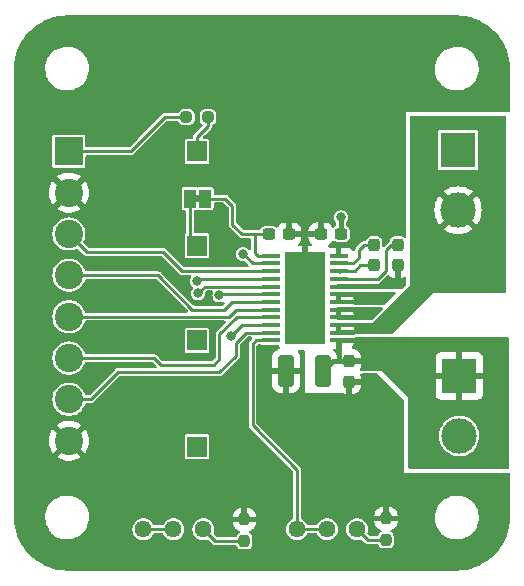
<source format=gbr>
%TF.GenerationSoftware,KiCad,Pcbnew,7.0.7*%
%TF.CreationDate,2024-02-09T14:01:23-05:00*%
%TF.ProjectId,DRV8873H_single_breakout,44525638-3837-4334-985f-73696e676c65,rev?*%
%TF.SameCoordinates,Original*%
%TF.FileFunction,Copper,L1,Top*%
%TF.FilePolarity,Positive*%
%FSLAX46Y46*%
G04 Gerber Fmt 4.6, Leading zero omitted, Abs format (unit mm)*
G04 Created by KiCad (PCBNEW 7.0.7) date 2024-02-09 14:01:23*
%MOMM*%
%LPD*%
G01*
G04 APERTURE LIST*
G04 Aperture macros list*
%AMRoundRect*
0 Rectangle with rounded corners*
0 $1 Rounding radius*
0 $2 $3 $4 $5 $6 $7 $8 $9 X,Y pos of 4 corners*
0 Add a 4 corners polygon primitive as box body*
4,1,4,$2,$3,$4,$5,$6,$7,$8,$9,$2,$3,0*
0 Add four circle primitives for the rounded corners*
1,1,$1+$1,$2,$3*
1,1,$1+$1,$4,$5*
1,1,$1+$1,$6,$7*
1,1,$1+$1,$8,$9*
0 Add four rect primitives between the rounded corners*
20,1,$1+$1,$2,$3,$4,$5,0*
20,1,$1+$1,$4,$5,$6,$7,0*
20,1,$1+$1,$6,$7,$8,$9,0*
20,1,$1+$1,$8,$9,$2,$3,0*%
G04 Aperture macros list end*
%TA.AperFunction,ComponentPad*%
%ADD10C,1.440000*%
%TD*%
%TA.AperFunction,SMDPad,CuDef*%
%ADD11R,1.000000X1.500000*%
%TD*%
%TA.AperFunction,SMDPad,CuDef*%
%ADD12RoundRect,0.237500X0.237500X-0.250000X0.237500X0.250000X-0.237500X0.250000X-0.237500X-0.250000X0*%
%TD*%
%TA.AperFunction,ComponentPad*%
%ADD13R,1.700000X1.700000*%
%TD*%
%TA.AperFunction,SMDPad,CuDef*%
%ADD14RoundRect,0.237500X0.300000X0.237500X-0.300000X0.237500X-0.300000X-0.237500X0.300000X-0.237500X0*%
%TD*%
%TA.AperFunction,ComponentPad*%
%ADD15R,2.400000X2.400000*%
%TD*%
%TA.AperFunction,ComponentPad*%
%ADD16C,2.400000*%
%TD*%
%TA.AperFunction,SMDPad,CuDef*%
%ADD17RoundRect,0.237500X-0.250000X-0.237500X0.250000X-0.237500X0.250000X0.237500X-0.250000X0.237500X0*%
%TD*%
%TA.AperFunction,SMDPad,CuDef*%
%ADD18RoundRect,0.100000X-0.687500X-0.100000X0.687500X-0.100000X0.687500X0.100000X-0.687500X0.100000X0*%
%TD*%
%TA.AperFunction,SMDPad,CuDef*%
%ADD19R,3.400000X7.800000*%
%TD*%
%TA.AperFunction,ComponentPad*%
%ADD20R,3.000000X3.000000*%
%TD*%
%TA.AperFunction,ComponentPad*%
%ADD21C,3.000000*%
%TD*%
%TA.AperFunction,SMDPad,CuDef*%
%ADD22RoundRect,0.237500X-0.300000X-0.237500X0.300000X-0.237500X0.300000X0.237500X-0.300000X0.237500X0*%
%TD*%
%TA.AperFunction,SMDPad,CuDef*%
%ADD23RoundRect,0.237500X-0.237500X0.300000X-0.237500X-0.300000X0.237500X-0.300000X0.237500X0.300000X0*%
%TD*%
%TA.AperFunction,SMDPad,CuDef*%
%ADD24RoundRect,0.250000X0.412500X1.100000X-0.412500X1.100000X-0.412500X-1.100000X0.412500X-1.100000X0*%
%TD*%
%TA.AperFunction,ViaPad*%
%ADD25C,0.800000*%
%TD*%
%TA.AperFunction,Conductor*%
%ADD26C,0.250000*%
%TD*%
%TA.AperFunction,Conductor*%
%ADD27C,0.400000*%
%TD*%
G04 APERTURE END LIST*
%TA.AperFunction,EtchedComponent*%
%TO.C,JP1*%
G36*
X135300000Y-100300000D02*
G01*
X134800000Y-100300000D01*
X134800000Y-99700000D01*
X135300000Y-99700000D01*
X135300000Y-100300000D01*
G37*
%TD.AperFunction*%
%TD*%
D10*
%TO.P,RV2,1,1*%
%TO.N,Net-(U1-IPROP1)*%
X130460000Y-128000000D03*
%TO.P,RV2,2,2*%
X133000000Y-128000000D03*
%TO.P,RV2,3,3*%
%TO.N,Net-(R1-Pad1)*%
X135540000Y-128000000D03*
%TD*%
%TO.P,RV1,1,1*%
%TO.N,Net-(U1-IPROP2)*%
X143460000Y-128000000D03*
%TO.P,RV1,2,2*%
X146000000Y-128000000D03*
%TO.P,RV1,3,3*%
%TO.N,Net-(R2-Pad1)*%
X148540000Y-128000000D03*
%TD*%
D11*
%TO.P,JP1,1,A*%
%TO.N,Net-(J4-Pin_1)*%
X134400000Y-100000000D03*
%TO.P,JP1,2,B*%
%TO.N,Net-(JP1-B)*%
X135700000Y-100000000D03*
%TD*%
D12*
%TO.P,R1,1*%
%TO.N,Net-(R1-Pad1)*%
X139000000Y-129000000D03*
%TO.P,R1,2*%
%TO.N,GND*%
X139000000Y-127175000D03*
%TD*%
D13*
%TO.P,J4,1,Pin_1*%
%TO.N,Net-(J4-Pin_1)*%
X135000000Y-104000000D03*
%TD*%
D14*
%TO.P,C4,1*%
%TO.N,VM*%
X147200000Y-103000000D03*
%TO.P,C4,2*%
%TO.N,GND*%
X145475000Y-103000000D03*
%TD*%
D12*
%TO.P,R2,1*%
%TO.N,Net-(R2-Pad1)*%
X151000000Y-128912500D03*
%TO.P,R2,2*%
%TO.N,GND*%
X151000000Y-127087500D03*
%TD*%
D15*
%TO.P,J6,1,Pin_1*%
%TO.N,VCC*%
X124150000Y-96000000D03*
D16*
%TO.P,J6,2,Pin_2*%
%TO.N,GND*%
X124150000Y-99500000D03*
%TO.P,J6,3,Pin_3*%
%TO.N,MODE*%
X124150000Y-103000000D03*
%TO.P,J6,4,Pin_4*%
%TO.N,EN{slash}IN1*%
X124150000Y-106500000D03*
%TO.P,J6,5,Pin_5*%
%TO.N,PH{slash}IN2*%
X124150000Y-110000000D03*
%TO.P,J6,6,Pin_6*%
%TO.N,DISABLE*%
X124150000Y-113500000D03*
%TO.P,J6,7,Pin_7*%
%TO.N,~{SLEEP}*%
X124150000Y-117000000D03*
%TO.P,J6,8,Pin_8*%
%TO.N,GND*%
X124150000Y-120500000D03*
%TD*%
D13*
%TO.P,J1,1,Pin_1*%
%TO.N,Net-(J1-Pin_1)*%
X135000000Y-112000000D03*
%TD*%
%TO.P,J3,1,Pin_1*%
%TO.N,Net-(J3-Pin_1)*%
X135000000Y-96000000D03*
%TD*%
%TO.P,J2,1,Pin_1*%
%TO.N,Net-(J2-Pin_1)*%
X135000000Y-121000000D03*
%TD*%
D17*
%TO.P,R3,2*%
%TO.N,Net-(J3-Pin_1)*%
X135925000Y-93100000D03*
%TO.P,R3,1*%
%TO.N,VCC*%
X134100000Y-93100000D03*
%TD*%
D18*
%TO.P,U1,1,DVDD*%
%TO.N,Net-(JP1-B)*%
X141275000Y-104850000D03*
%TO.P,U1,2,nFault*%
%TO.N,Net-(J3-Pin_1)*%
X141275000Y-105500000D03*
%TO.P,U1,3,MODE*%
%TO.N,MODE*%
X141275000Y-106150000D03*
%TO.P,U1,4,SR*%
%TO.N,Net-(J4-Pin_1)*%
X141275000Y-106800000D03*
%TO.P,U1,5,nTrip*%
%TO.N,Net-(J1-Pin_1)*%
X141275000Y-107450000D03*
%TO.P,U1,6,nOL*%
%TO.N,Net-(J2-Pin_1)*%
X141275000Y-108100000D03*
%TO.P,U1,7,EN/IN1*%
%TO.N,EN{slash}IN1*%
X141275000Y-108750000D03*
%TO.P,U1,8,PH/IN2*%
%TO.N,PH{slash}IN2*%
X141275000Y-109400000D03*
%TO.P,U1,9,Disable*%
%TO.N,DISABLE*%
X141275000Y-110050000D03*
%TO.P,U1,10,IPROP1*%
%TO.N,Net-(U1-IPROP1)*%
X141275000Y-110700000D03*
%TO.P,U1,11,nSleep*%
%TO.N,~{SLEEP}*%
X141275000Y-111350000D03*
%TO.P,U1,12,IPROP2*%
%TO.N,Net-(U1-IPROP2)*%
X141275000Y-112000000D03*
%TO.P,U1,13,VM*%
%TO.N,VM*%
X147000000Y-112000000D03*
%TO.P,U1,14,OUT2*%
%TO.N,OUT2*%
X147000000Y-111350000D03*
%TO.P,U1,15,OUT2*%
X147000000Y-110700000D03*
%TO.P,U1,16,SRC*%
%TO.N,GND*%
X147000000Y-110050000D03*
%TO.P,U1,17,SRC*%
X147000000Y-109400000D03*
%TO.P,U1,18,OUT1*%
%TO.N,OUT1*%
X147000000Y-108750000D03*
%TO.P,U1,19,OUT1*%
X147000000Y-108100000D03*
%TO.P,U1,20,VM*%
%TO.N,VM*%
X147000000Y-107450000D03*
%TO.P,U1,21,VCP*%
%TO.N,Net-(U1-VCP)*%
X147000000Y-106800000D03*
%TO.P,U1,22,CPH*%
%TO.N,Net-(U1-CPH)*%
X147000000Y-106150000D03*
%TO.P,U1,23,CPL*%
%TO.N,Net-(U1-CPL)*%
X147000000Y-105500000D03*
%TO.P,U1,24,GND*%
%TO.N,GND*%
X147000000Y-104850000D03*
D19*
%TO.P,U1,25,PAD*%
X144137500Y-108425000D03*
%TD*%
D20*
%TO.P,J7,1,Pin_1*%
%TO.N,VM*%
X157200000Y-115020000D03*
D21*
%TO.P,J7,2,Pin_2*%
%TO.N,GND*%
X157200000Y-120100000D03*
%TD*%
D22*
%TO.P,C1,1*%
%TO.N,Net-(JP1-B)*%
X141075000Y-103000000D03*
%TO.P,C1,2*%
%TO.N,GND*%
X142800000Y-103000000D03*
%TD*%
D23*
%TO.P,C2,1*%
%TO.N,Net-(U1-CPL)*%
X150000000Y-103937500D03*
%TO.P,C2,2*%
%TO.N,Net-(U1-CPH)*%
X150000000Y-105662500D03*
%TD*%
D20*
%TO.P,J8,1,Pin_1*%
%TO.N,OUT1*%
X157100000Y-95900000D03*
D21*
%TO.P,J8,2,Pin_2*%
%TO.N,OUT2*%
X157100000Y-100980000D03*
%TD*%
D23*
%TO.P,C3,1*%
%TO.N,Net-(U1-VCP)*%
X152000000Y-103937500D03*
%TO.P,C3,2*%
%TO.N,VM*%
X152000000Y-105662500D03*
%TD*%
D24*
%TO.P,C5,1*%
%TO.N,VM*%
X145662500Y-114600000D03*
%TO.P,C5,2*%
%TO.N,GND*%
X142537500Y-114600000D03*
%TD*%
D23*
%TO.P,C6,1*%
%TO.N,VM*%
X147900000Y-113775000D03*
%TO.P,C6,2*%
%TO.N,GND*%
X147900000Y-115500000D03*
%TD*%
D25*
%TO.N,VM*%
X147200000Y-101600000D03*
%TO.N,Net-(U1-IPROP1)*%
X137837701Y-111637701D03*
%TO.N,Net-(J2-Pin_1)*%
X136900000Y-108200000D03*
%TO.N,Net-(J1-Pin_1)*%
X135100000Y-108025500D03*
%TO.N,Net-(J4-Pin_1)*%
X135000000Y-107000000D03*
%TO.N,Net-(J3-Pin_1)*%
X138900000Y-104700000D03*
%TO.N,GND*%
X149600000Y-109700000D03*
X148600000Y-109700000D03*
%TO.N,VM*%
X150500000Y-112200000D03*
X149200000Y-112200000D03*
%TO.N,OUT1*%
X149600000Y-108400000D03*
%TO.N,VM*%
X151200000Y-107100000D03*
%TO.N,OUT1*%
X148600000Y-108400000D03*
X150600000Y-108400000D03*
%TO.N,VM*%
X152200000Y-107100000D03*
%TD*%
D26*
%TO.N,Net-(J3-Pin_1)*%
X135000000Y-94800000D02*
X135000000Y-96000000D01*
X135925000Y-93875000D02*
X135000000Y-94800000D01*
X135925000Y-93100000D02*
X135925000Y-93875000D01*
%TO.N,VCC*%
X129400000Y-96000000D02*
X132300000Y-93100000D01*
X132300000Y-93100000D02*
X134100000Y-93100000D01*
X124150000Y-96000000D02*
X129400000Y-96000000D01*
%TO.N,EN{slash}IN1*%
X137950000Y-108750000D02*
X141275000Y-108750000D01*
X137300000Y-109400000D02*
X137950000Y-108750000D01*
X134600000Y-109400000D02*
X137300000Y-109400000D01*
X131700000Y-106500000D02*
X134600000Y-109400000D01*
X124150000Y-106500000D02*
X131700000Y-106500000D01*
%TO.N,PH{slash}IN2*%
X137700000Y-110000000D02*
X138300000Y-109400000D01*
X124150000Y-110000000D02*
X137700000Y-110000000D01*
X138300000Y-109400000D02*
X141275000Y-109400000D01*
%TO.N,DISABLE*%
X131340000Y-113500000D02*
X131940000Y-114100000D01*
X124150000Y-113500000D02*
X131340000Y-113500000D01*
%TO.N,~{SLEEP}*%
X139150000Y-111350000D02*
X141275000Y-111350000D01*
X138300000Y-113300000D02*
X138300000Y-112200000D01*
X138300000Y-112200000D02*
X139150000Y-111350000D01*
X136900000Y-114700000D02*
X138300000Y-113300000D01*
X128300000Y-114700000D02*
X136900000Y-114700000D01*
X126000000Y-117000000D02*
X128300000Y-114700000D01*
X124150000Y-117000000D02*
X126000000Y-117000000D01*
D27*
%TO.N,VM*%
X147200000Y-103000000D02*
X147200000Y-101600000D01*
D26*
%TO.N,Net-(U1-IPROP2)*%
X143460000Y-122960000D02*
X143460000Y-128000000D01*
X139700000Y-119200000D02*
X143460000Y-122960000D01*
X139700000Y-112300000D02*
X139700000Y-119200000D01*
X140000000Y-112000000D02*
X139700000Y-112300000D01*
X141275000Y-112000000D02*
X140000000Y-112000000D01*
%TO.N,Net-(R2-Pad1)*%
X151000000Y-128912500D02*
X149452500Y-128912500D01*
X149452500Y-128912500D02*
X148540000Y-128000000D01*
%TO.N,Net-(U1-IPROP2)*%
X146000000Y-128000000D02*
X143460000Y-128000000D01*
%TO.N,Net-(R1-Pad1)*%
X136540000Y-129000000D02*
X139000000Y-129000000D01*
X135540000Y-128000000D02*
X136540000Y-129000000D01*
D27*
%TO.N,VM*%
X147000000Y-112000000D02*
X147000000Y-113775000D01*
X147000000Y-113775000D02*
X146487500Y-113775000D01*
X147900000Y-113775000D02*
X147000000Y-113775000D01*
X146487500Y-113775000D02*
X145662500Y-114600000D01*
D26*
%TO.N,Net-(U1-IPROP1)*%
X130460000Y-128000000D02*
X133000000Y-128000000D01*
X138775402Y-110700000D02*
X137837701Y-111637701D01*
X141275000Y-110700000D02*
X138775402Y-110700000D01*
%TO.N,DISABLE*%
X138350000Y-110050000D02*
X141275000Y-110050000D01*
X136900000Y-111500000D02*
X138350000Y-110050000D01*
X136900000Y-113600000D02*
X136900000Y-111500000D01*
X136400000Y-114100000D02*
X136900000Y-113600000D01*
X131940000Y-114100000D02*
X136400000Y-114100000D01*
%TO.N,Net-(J2-Pin_1)*%
X137000000Y-108100000D02*
X136900000Y-108200000D01*
X141275000Y-108100000D02*
X137000000Y-108100000D01*
%TO.N,Net-(J1-Pin_1)*%
X135675500Y-107450000D02*
X135100000Y-108025500D01*
X141275000Y-107450000D02*
X135675500Y-107450000D01*
%TO.N,Net-(J4-Pin_1)*%
X135200000Y-106800000D02*
X135000000Y-107000000D01*
X141275000Y-106800000D02*
X135200000Y-106800000D01*
%TO.N,MODE*%
X132140000Y-104540000D02*
X130000000Y-104540000D01*
X141275000Y-106150000D02*
X133750000Y-106150000D01*
X133750000Y-106150000D02*
X132140000Y-104540000D01*
%TO.N,Net-(J4-Pin_1)*%
X134400000Y-103400000D02*
X135000000Y-104000000D01*
X134400000Y-100000000D02*
X134400000Y-103400000D01*
%TO.N,Net-(J3-Pin_1)*%
X139700000Y-105500000D02*
X138900000Y-104700000D01*
X141275000Y-105500000D02*
X139700000Y-105500000D01*
%TO.N,MODE*%
X125690000Y-104540000D02*
X130000000Y-104540000D01*
X124150000Y-103000000D02*
X125690000Y-104540000D01*
%TO.N,Net-(U1-VCP)*%
X147000000Y-106800000D02*
X150300000Y-106800000D01*
X151000000Y-106100000D02*
X151000000Y-104400000D01*
X150300000Y-106800000D02*
X151000000Y-106100000D01*
X151000000Y-104400000D02*
X151462500Y-103937500D01*
X151462500Y-103937500D02*
X152000000Y-103937500D01*
%TO.N,Net-(U1-CPH)*%
X148837500Y-105662500D02*
X150000000Y-105662500D01*
X148350000Y-106150000D02*
X148837500Y-105662500D01*
%TO.N,Net-(U1-CPL)*%
X150000000Y-103937500D02*
X149162500Y-103937500D01*
X149162500Y-103937500D02*
X148700000Y-104400000D01*
%TO.N,Net-(U1-CPH)*%
X147000000Y-106150000D02*
X148350000Y-106150000D01*
%TO.N,Net-(U1-CPL)*%
X148700000Y-105000000D02*
X148700000Y-104400000D01*
X148200000Y-105500000D02*
X148700000Y-105000000D01*
X147000000Y-105500000D02*
X148200000Y-105500000D01*
%TO.N,Net-(U1-CPH)*%
X147050000Y-106150000D02*
X147100000Y-106200000D01*
X147000000Y-106150000D02*
X147050000Y-106150000D01*
%TO.N,Net-(JP1-B)*%
X140150000Y-104850000D02*
X139900000Y-104600000D01*
X141275000Y-104850000D02*
X140150000Y-104850000D01*
X139900000Y-103000000D02*
X138800000Y-103000000D01*
X139900000Y-104600000D02*
X139900000Y-103000000D01*
X141075000Y-103000000D02*
X139900000Y-103000000D01*
X137400000Y-100000000D02*
X136000000Y-100000000D01*
X138000000Y-102200000D02*
X138000000Y-100600000D01*
X138800000Y-103000000D02*
X138000000Y-102200000D01*
X138000000Y-100600000D02*
X137400000Y-100000000D01*
%TD*%
%TA.AperFunction,Conductor*%
%TO.N,OUT2*%
G36*
X161143039Y-93019685D02*
G01*
X161188794Y-93072489D01*
X161200000Y-93124000D01*
X161200000Y-107876000D01*
X161180315Y-107943039D01*
X161127511Y-107988794D01*
X161076000Y-108000000D01*
X154999999Y-108000000D01*
X151541819Y-111458181D01*
X151480496Y-111491666D01*
X151454138Y-111494500D01*
X148407738Y-111494500D01*
X148351022Y-111502481D01*
X148306797Y-111515181D01*
X148285225Y-111521377D01*
X148267679Y-111527541D01*
X148262659Y-111529306D01*
X148254873Y-111533352D01*
X148253738Y-111531168D01*
X148200064Y-111549849D01*
X148193950Y-111550000D01*
X146924000Y-111550000D01*
X146856961Y-111530315D01*
X146811206Y-111477511D01*
X146800000Y-111426000D01*
X146800000Y-110900000D01*
X147200000Y-110900000D01*
X147200000Y-111150000D01*
X148279510Y-111150000D01*
X148279511Y-111149998D01*
X148272058Y-111093377D01*
X148272055Y-111093368D01*
X148263392Y-111072453D01*
X148255923Y-111002983D01*
X148263392Y-110977546D01*
X148272056Y-110956629D01*
X148279512Y-110900000D01*
X147200000Y-110900000D01*
X146800000Y-110900000D01*
X146800000Y-110624000D01*
X146819685Y-110556961D01*
X146872489Y-110511206D01*
X146924000Y-110500000D01*
X148332425Y-110500000D01*
X148350066Y-110501261D01*
X148379544Y-110505500D01*
X148379547Y-110505500D01*
X149754138Y-110505500D01*
X149754142Y-110505500D01*
X149765134Y-110504911D01*
X149765142Y-110504910D01*
X149765144Y-110504910D01*
X149765145Y-110504910D01*
X149774637Y-110503889D01*
X149796965Y-110501488D01*
X149873482Y-110477529D01*
X149934805Y-110444044D01*
X149973296Y-110415229D01*
X149999946Y-110400053D01*
X149999999Y-110400000D01*
X150000000Y-110400000D01*
X153000000Y-107400000D01*
X153000000Y-100980001D01*
X155094891Y-100980001D01*
X155115300Y-101265362D01*
X155176109Y-101544895D01*
X155276091Y-101812958D01*
X155413191Y-102064038D01*
X155413196Y-102064046D01*
X155519882Y-102206561D01*
X155519883Y-102206562D01*
X156304520Y-101421924D01*
X156365843Y-101388439D01*
X156435534Y-101393423D01*
X156491468Y-101435294D01*
X156491664Y-101435557D01*
X156543433Y-101505094D01*
X156649125Y-101593781D01*
X156687827Y-101651952D01*
X156688935Y-101721813D01*
X156657100Y-101776451D01*
X155873436Y-102560114D01*
X155873436Y-102560115D01*
X156015960Y-102666807D01*
X156015961Y-102666808D01*
X156267042Y-102803908D01*
X156267041Y-102803908D01*
X156535104Y-102903890D01*
X156814637Y-102964699D01*
X157099999Y-102985109D01*
X157100001Y-102985109D01*
X157385362Y-102964699D01*
X157664895Y-102903890D01*
X157932958Y-102803908D01*
X158184047Y-102666803D01*
X158326561Y-102560116D01*
X158326562Y-102560115D01*
X157543095Y-101776648D01*
X157509610Y-101715325D01*
X157514594Y-101645633D01*
X157556466Y-101589700D01*
X157562638Y-101585366D01*
X157591844Y-101566157D01*
X157713764Y-101436930D01*
X157713764Y-101436929D01*
X157718720Y-101431677D01*
X157720222Y-101433094D01*
X157767836Y-101397243D01*
X157837514Y-101392063D01*
X157898931Y-101425377D01*
X157899176Y-101425622D01*
X158680115Y-102206562D01*
X158680116Y-102206561D01*
X158786803Y-102064047D01*
X158923908Y-101812958D01*
X159023890Y-101544895D01*
X159084699Y-101265362D01*
X159105109Y-100980001D01*
X159105109Y-100979998D01*
X159084699Y-100694637D01*
X159023890Y-100415104D01*
X158923908Y-100147041D01*
X158786808Y-99895961D01*
X158786807Y-99895960D01*
X158680115Y-99753436D01*
X157895478Y-100538074D01*
X157834155Y-100571559D01*
X157764463Y-100566575D01*
X157708530Y-100524703D01*
X157708334Y-100524441D01*
X157656566Y-100454905D01*
X157609133Y-100415104D01*
X157550871Y-100366215D01*
X157512170Y-100308046D01*
X157511062Y-100238185D01*
X157542897Y-100183547D01*
X158326562Y-99399883D01*
X158326561Y-99399882D01*
X158184046Y-99293196D01*
X158184038Y-99293191D01*
X157932957Y-99156091D01*
X157932958Y-99156091D01*
X157664895Y-99056109D01*
X157385362Y-98995300D01*
X157100001Y-98974891D01*
X157099999Y-98974891D01*
X156814637Y-98995300D01*
X156535104Y-99056109D01*
X156267041Y-99156091D01*
X156015961Y-99293191D01*
X156015953Y-99293196D01*
X155873436Y-99399882D01*
X155873436Y-99399883D01*
X156656904Y-100183351D01*
X156690389Y-100244674D01*
X156685405Y-100314366D01*
X156643533Y-100370299D01*
X156637365Y-100374631D01*
X156608155Y-100393843D01*
X156481280Y-100528323D01*
X156479782Y-100526910D01*
X156432125Y-100562770D01*
X156362446Y-100567927D01*
X156301040Y-100534594D01*
X156300823Y-100534377D01*
X155519883Y-99753436D01*
X155519882Y-99753437D01*
X155413196Y-99895953D01*
X155413191Y-99895961D01*
X155276091Y-100147041D01*
X155176109Y-100415104D01*
X155115300Y-100694637D01*
X155094891Y-100979998D01*
X155094891Y-100980001D01*
X153000000Y-100980001D01*
X153000000Y-97419752D01*
X155399500Y-97419752D01*
X155411131Y-97478229D01*
X155411132Y-97478230D01*
X155455447Y-97544552D01*
X155521769Y-97588867D01*
X155521770Y-97588868D01*
X155580247Y-97600499D01*
X155580250Y-97600500D01*
X155580252Y-97600500D01*
X158619750Y-97600500D01*
X158619751Y-97600499D01*
X158634568Y-97597552D01*
X158678229Y-97588868D01*
X158678229Y-97588867D01*
X158678231Y-97588867D01*
X158744552Y-97544552D01*
X158788867Y-97478231D01*
X158788867Y-97478229D01*
X158788868Y-97478229D01*
X158800499Y-97419752D01*
X158800500Y-97419750D01*
X158800500Y-94380249D01*
X158800499Y-94380247D01*
X158788868Y-94321770D01*
X158788867Y-94321769D01*
X158744552Y-94255447D01*
X158678230Y-94211132D01*
X158678229Y-94211131D01*
X158619752Y-94199500D01*
X158619748Y-94199500D01*
X155580252Y-94199500D01*
X155580247Y-94199500D01*
X155521770Y-94211131D01*
X155521769Y-94211132D01*
X155455447Y-94255447D01*
X155411132Y-94321769D01*
X155411131Y-94321770D01*
X155399500Y-94380247D01*
X155399500Y-97419752D01*
X153000000Y-97419752D01*
X153000000Y-93124000D01*
X153019685Y-93056961D01*
X153072489Y-93011206D01*
X153124000Y-93000000D01*
X161076000Y-93000000D01*
X161143039Y-93019685D01*
G37*
%TD.AperFunction*%
%TD*%
%TA.AperFunction,Conductor*%
%TO.N,OUT1*%
G36*
X148350069Y-107901262D02*
G01*
X148353509Y-107901756D01*
X148379544Y-107905500D01*
X148379545Y-107905500D01*
X151695138Y-107905500D01*
X151762177Y-107925185D01*
X151807932Y-107977989D01*
X151817876Y-108047147D01*
X151788851Y-108110703D01*
X151782819Y-108117181D01*
X150936319Y-108963681D01*
X150874996Y-108997166D01*
X150848638Y-109000000D01*
X150647760Y-109000000D01*
X150630113Y-108998738D01*
X150612155Y-108996156D01*
X150600638Y-108994500D01*
X148374721Y-108994500D01*
X148307682Y-108974815D01*
X148281492Y-108952258D01*
X148279512Y-108950000D01*
X146924000Y-108950000D01*
X146856961Y-108930315D01*
X146811206Y-108877511D01*
X146800000Y-108826000D01*
X146800000Y-108300000D01*
X147200000Y-108300000D01*
X147200000Y-108550000D01*
X148279510Y-108550000D01*
X148279511Y-108549998D01*
X148272058Y-108493377D01*
X148272055Y-108493368D01*
X148263392Y-108472453D01*
X148255923Y-108402983D01*
X148263392Y-108377546D01*
X148272056Y-108356629D01*
X148279512Y-108300000D01*
X147200000Y-108300000D01*
X146800000Y-108300000D01*
X146800000Y-108024000D01*
X146819685Y-107956961D01*
X146872489Y-107911206D01*
X146924000Y-107900000D01*
X148332422Y-107900000D01*
X148350069Y-107901262D01*
G37*
%TD.AperFunction*%
%TD*%
%TA.AperFunction,Conductor*%
%TO.N,VM*%
G36*
X152193039Y-105432185D02*
G01*
X152238794Y-105484989D01*
X152250000Y-105536500D01*
X152250000Y-106699999D01*
X152286640Y-106699999D01*
X152286654Y-106699998D01*
X152387652Y-106689680D01*
X152536996Y-106640193D01*
X152606824Y-106637791D01*
X152666866Y-106673523D01*
X152698059Y-106736043D01*
X152700000Y-106757899D01*
X152700000Y-107248637D01*
X152680315Y-107315676D01*
X152663681Y-107336318D01*
X152336319Y-107663681D01*
X152274996Y-107697166D01*
X152248638Y-107700000D01*
X148379544Y-107700000D01*
X148312505Y-107680315D01*
X148286315Y-107657758D01*
X148279512Y-107650000D01*
X146924000Y-107650000D01*
X146856961Y-107630315D01*
X146811206Y-107577511D01*
X146800000Y-107526000D01*
X146800000Y-107374000D01*
X146819685Y-107306961D01*
X146872489Y-107261206D01*
X146924000Y-107250000D01*
X148279511Y-107250000D01*
X148286317Y-107242240D01*
X148345319Y-107204817D01*
X148379544Y-107200000D01*
X150400000Y-107200000D01*
X151090830Y-106509169D01*
X151152149Y-106475687D01*
X151221840Y-106480671D01*
X151266187Y-106509171D01*
X151301961Y-106544944D01*
X151301965Y-106544947D01*
X151448688Y-106635448D01*
X151448699Y-106635453D01*
X151612347Y-106689680D01*
X151713352Y-106699999D01*
X151750000Y-106699999D01*
X151750000Y-105536500D01*
X151769685Y-105469461D01*
X151822489Y-105423706D01*
X151874000Y-105412500D01*
X152126000Y-105412500D01*
X152193039Y-105432185D01*
G37*
%TD.AperFunction*%
%TD*%
%TA.AperFunction,Conductor*%
%TO.N,VM*%
G36*
X161343039Y-111719685D02*
G01*
X161388794Y-111772489D01*
X161400000Y-111824000D01*
X161400000Y-122776000D01*
X161380315Y-122843039D01*
X161327511Y-122888794D01*
X161276000Y-122900000D01*
X153024000Y-122900000D01*
X152956961Y-122880315D01*
X152911206Y-122827511D01*
X152900000Y-122776000D01*
X152900000Y-120100004D01*
X155494732Y-120100004D01*
X155513777Y-120354154D01*
X155569145Y-120596738D01*
X155570492Y-120602637D01*
X155663607Y-120839888D01*
X155791041Y-121060612D01*
X155949950Y-121259877D01*
X156136783Y-121433232D01*
X156347366Y-121576805D01*
X156347371Y-121576807D01*
X156347372Y-121576808D01*
X156347373Y-121576809D01*
X156469328Y-121635538D01*
X156576992Y-121687387D01*
X156576993Y-121687387D01*
X156576996Y-121687389D01*
X156820542Y-121762513D01*
X157072565Y-121800500D01*
X157327435Y-121800500D01*
X157579458Y-121762513D01*
X157823004Y-121687389D01*
X158052634Y-121576805D01*
X158263217Y-121433232D01*
X158450050Y-121259877D01*
X158608959Y-121060612D01*
X158736393Y-120839888D01*
X158829508Y-120602637D01*
X158886222Y-120354157D01*
X158900196Y-120167679D01*
X158905268Y-120100004D01*
X158905268Y-120099995D01*
X158886222Y-119845845D01*
X158875867Y-119800478D01*
X158829508Y-119597363D01*
X158736393Y-119360112D01*
X158608959Y-119139388D01*
X158450050Y-118940123D01*
X158263217Y-118766768D01*
X158052634Y-118623195D01*
X158052630Y-118623193D01*
X158052627Y-118623191D01*
X158052626Y-118623190D01*
X157823006Y-118512612D01*
X157823008Y-118512612D01*
X157579466Y-118437489D01*
X157579462Y-118437488D01*
X157579458Y-118437487D01*
X157458231Y-118419214D01*
X157327440Y-118399500D01*
X157327435Y-118399500D01*
X157072565Y-118399500D01*
X157072559Y-118399500D01*
X156915609Y-118423157D01*
X156820542Y-118437487D01*
X156820538Y-118437488D01*
X156820539Y-118437488D01*
X156820533Y-118437489D01*
X156576992Y-118512612D01*
X156347373Y-118623190D01*
X156347372Y-118623191D01*
X156136782Y-118766768D01*
X155949952Y-118940121D01*
X155949950Y-118940123D01*
X155791041Y-119139388D01*
X155663608Y-119360109D01*
X155570492Y-119597362D01*
X155570490Y-119597369D01*
X155513777Y-119845845D01*
X155494732Y-120099995D01*
X155494732Y-120100004D01*
X152900000Y-120100004D01*
X152900000Y-116900000D01*
X152567844Y-116567844D01*
X155200000Y-116567844D01*
X155206401Y-116627372D01*
X155206403Y-116627379D01*
X155256645Y-116762086D01*
X155256649Y-116762093D01*
X155342809Y-116877187D01*
X155342812Y-116877190D01*
X155457906Y-116963350D01*
X155457913Y-116963354D01*
X155592620Y-117013596D01*
X155592627Y-117013598D01*
X155652155Y-117019999D01*
X155652172Y-117020000D01*
X156950000Y-117020000D01*
X156950000Y-115898625D01*
X156969685Y-115831586D01*
X157022489Y-115785831D01*
X157091647Y-115775887D01*
X157102589Y-115777966D01*
X157111169Y-115780000D01*
X157111170Y-115780000D01*
X157244260Y-115780000D01*
X157244267Y-115780000D01*
X157311605Y-115772129D01*
X157380475Y-115783897D01*
X157432051Y-115831031D01*
X157450000Y-115895290D01*
X157450000Y-117020000D01*
X158747828Y-117020000D01*
X158747844Y-117019999D01*
X158807372Y-117013598D01*
X158807379Y-117013596D01*
X158942086Y-116963354D01*
X158942093Y-116963350D01*
X159057187Y-116877190D01*
X159057190Y-116877187D01*
X159143350Y-116762093D01*
X159143354Y-116762086D01*
X159193596Y-116627379D01*
X159193598Y-116627372D01*
X159199999Y-116567844D01*
X159200000Y-116567827D01*
X159200000Y-115270000D01*
X158078159Y-115270000D01*
X158011120Y-115250315D01*
X157965365Y-115197511D01*
X157954369Y-115138790D01*
X157963879Y-114975509D01*
X157963878Y-114975506D01*
X157962919Y-114970069D01*
X157953476Y-114916508D01*
X157953304Y-114915531D01*
X157961048Y-114846092D01*
X158005105Y-114791863D01*
X158071487Y-114770062D01*
X158075420Y-114770000D01*
X159200000Y-114770000D01*
X159200000Y-113472172D01*
X159199999Y-113472155D01*
X159193598Y-113412627D01*
X159193596Y-113412620D01*
X159143354Y-113277913D01*
X159143350Y-113277906D01*
X159057190Y-113162812D01*
X159057187Y-113162809D01*
X158942093Y-113076649D01*
X158942086Y-113076645D01*
X158807379Y-113026403D01*
X158807372Y-113026401D01*
X158747844Y-113020000D01*
X157450000Y-113020000D01*
X157450000Y-114141374D01*
X157430315Y-114208413D01*
X157377511Y-114254168D01*
X157308353Y-114264112D01*
X157297407Y-114262032D01*
X157288832Y-114260000D01*
X157288831Y-114260000D01*
X157155733Y-114260000D01*
X157088393Y-114267870D01*
X157019523Y-114256102D01*
X156967948Y-114208966D01*
X156950000Y-114144709D01*
X156950000Y-113020000D01*
X155652155Y-113020000D01*
X155592627Y-113026401D01*
X155592620Y-113026403D01*
X155457913Y-113076645D01*
X155457906Y-113076649D01*
X155342812Y-113162809D01*
X155342809Y-113162812D01*
X155256649Y-113277906D01*
X155256645Y-113277913D01*
X155206403Y-113412620D01*
X155206401Y-113412627D01*
X155200000Y-113472155D01*
X155200000Y-114770000D01*
X156321841Y-114770000D01*
X156388880Y-114789685D01*
X156434635Y-114842489D01*
X156445631Y-114901210D01*
X156436120Y-115064489D01*
X156436121Y-115064491D01*
X156446696Y-115124469D01*
X156438952Y-115193908D01*
X156394895Y-115248137D01*
X156328513Y-115269938D01*
X156324580Y-115270000D01*
X155200000Y-115270000D01*
X155200000Y-116567844D01*
X152567844Y-116567844D01*
X150600000Y-114600000D01*
X150295760Y-114600000D01*
X150278113Y-114598738D01*
X150263996Y-114596708D01*
X150248638Y-114594500D01*
X148949058Y-114594500D01*
X148949057Y-114594500D01*
X148939961Y-114594903D01*
X148914792Y-114597138D01*
X148846274Y-114583460D01*
X148796028Y-114534911D01*
X148780006Y-114466903D01*
X148798288Y-114408522D01*
X148810452Y-114388802D01*
X148810453Y-114388800D01*
X148864680Y-114225152D01*
X148874999Y-114124154D01*
X148875000Y-114124141D01*
X148875000Y-114025000D01*
X147774000Y-114025000D01*
X147706961Y-114005315D01*
X147661206Y-113952511D01*
X147650000Y-113901000D01*
X147650000Y-113649000D01*
X147669685Y-113581961D01*
X147722489Y-113536206D01*
X147774000Y-113525000D01*
X148874999Y-113525000D01*
X148874999Y-113425860D01*
X148874998Y-113425845D01*
X148864680Y-113324847D01*
X148810453Y-113161199D01*
X148810448Y-113161188D01*
X148719947Y-113014465D01*
X148719944Y-113014461D01*
X148598038Y-112892555D01*
X148598034Y-112892552D01*
X148451311Y-112802051D01*
X148451300Y-112802046D01*
X148287652Y-112747819D01*
X148191473Y-112737993D01*
X148126782Y-112711597D01*
X148086630Y-112654416D01*
X148083767Y-112584605D01*
X148111678Y-112535293D01*
X148110477Y-112534372D01*
X148211600Y-112402586D01*
X148272055Y-112256631D01*
X148279512Y-112200000D01*
X147200000Y-112200000D01*
X147200000Y-112699998D01*
X147209871Y-112709870D01*
X147243356Y-112771193D01*
X147238372Y-112840885D01*
X147205564Y-112885943D01*
X147207069Y-112887448D01*
X147080055Y-113014461D01*
X147080052Y-113014465D01*
X146989551Y-113161188D01*
X146989544Y-113161204D01*
X146988285Y-113165004D01*
X146986716Y-113167268D01*
X146986497Y-113167740D01*
X146986416Y-113167702D01*
X146948508Y-113222446D01*
X146883990Y-113249264D01*
X146815215Y-113236944D01*
X146764019Y-113189397D01*
X146760450Y-113182649D01*
X146667315Y-113031654D01*
X146547341Y-112911680D01*
X146513856Y-112850357D01*
X146518840Y-112780665D01*
X146560712Y-112724732D01*
X146626176Y-112700315D01*
X146635022Y-112699999D01*
X146799999Y-112699999D01*
X146800000Y-112699998D01*
X146800000Y-111924000D01*
X146819685Y-111856961D01*
X146872489Y-111811206D01*
X146924000Y-111800000D01*
X148279510Y-111800000D01*
X148293567Y-111783970D01*
X148295567Y-111771149D01*
X148341947Y-111718894D01*
X148407740Y-111700000D01*
X161276000Y-111700000D01*
X161343039Y-111719685D01*
G37*
%TD.AperFunction*%
%TD*%
%TA.AperFunction,Conductor*%
%TO.N,GND*%
G36*
X157389474Y-84517504D02*
G01*
X157394826Y-84517973D01*
X157778659Y-84568506D01*
X157783967Y-84569442D01*
X158161920Y-84653232D01*
X158167119Y-84654625D01*
X158536341Y-84771040D01*
X158541422Y-84772889D01*
X158899088Y-84921039D01*
X158903958Y-84923310D01*
X159247350Y-85102069D01*
X159252028Y-85104771D01*
X159578526Y-85312772D01*
X159582959Y-85315876D01*
X159890077Y-85551536D01*
X159894222Y-85555015D01*
X160179630Y-85816543D01*
X160183456Y-85820369D01*
X160444984Y-86105777D01*
X160448463Y-86109922D01*
X160684123Y-86417040D01*
X160687227Y-86421473D01*
X160895228Y-86747971D01*
X160897934Y-86752657D01*
X161076680Y-87096023D01*
X161078964Y-87100921D01*
X161115423Y-87188940D01*
X161227110Y-87458578D01*
X161228961Y-87463663D01*
X161345368Y-87832858D01*
X161346768Y-87838085D01*
X161430556Y-88216030D01*
X161431496Y-88221359D01*
X161482024Y-88605155D01*
X161482496Y-88610546D01*
X161499500Y-88999999D01*
X161499500Y-92576000D01*
X161479815Y-92643039D01*
X161427011Y-92688794D01*
X161375500Y-92700000D01*
X152700000Y-92700000D01*
X152700000Y-103188839D01*
X152680315Y-103255878D01*
X152627511Y-103301633D01*
X152558353Y-103311577D01*
X152502367Y-103288610D01*
X152444474Y-103245883D01*
X152319848Y-103202274D01*
X152319849Y-103202274D01*
X152290260Y-103199500D01*
X152290256Y-103199500D01*
X151709744Y-103199500D01*
X151709740Y-103199500D01*
X151680150Y-103202274D01*
X151555523Y-103245884D01*
X151449289Y-103324288D01*
X151449288Y-103324289D01*
X151370884Y-103430523D01*
X151327274Y-103555150D01*
X151324871Y-103580779D01*
X151299013Y-103645687D01*
X151263417Y-103676585D01*
X151250048Y-103684304D01*
X151250040Y-103684310D01*
X151224023Y-103715315D01*
X151220369Y-103719304D01*
X150887181Y-104052491D01*
X150825858Y-104085976D01*
X150756166Y-104080992D01*
X150700233Y-104039120D01*
X150675816Y-103973656D01*
X150675500Y-103964810D01*
X150675500Y-103584739D01*
X150672725Y-103555150D01*
X150635756Y-103449500D01*
X150629116Y-103430525D01*
X150550711Y-103324289D01*
X150532147Y-103310588D01*
X150444476Y-103245884D01*
X150319848Y-103202274D01*
X150319849Y-103202274D01*
X150290260Y-103199500D01*
X150290256Y-103199500D01*
X149709744Y-103199500D01*
X149709740Y-103199500D01*
X149680150Y-103202274D01*
X149555523Y-103245884D01*
X149449289Y-103324288D01*
X149449288Y-103324289D01*
X149370884Y-103430523D01*
X149370884Y-103430524D01*
X149336441Y-103528955D01*
X149295719Y-103585731D01*
X149230766Y-103611478D01*
X149219400Y-103612000D01*
X149179422Y-103612000D01*
X149174018Y-103611764D01*
X149168607Y-103611290D01*
X149133692Y-103608235D01*
X149133691Y-103608235D01*
X149094591Y-103618712D01*
X149089311Y-103619883D01*
X149049459Y-103626910D01*
X149044461Y-103628729D01*
X149027617Y-103635706D01*
X149022813Y-103637946D01*
X148989666Y-103661156D01*
X148985106Y-103664062D01*
X148950048Y-103684304D01*
X148950040Y-103684310D01*
X148924023Y-103715315D01*
X148920369Y-103719304D01*
X148481803Y-104157870D01*
X148477814Y-104161525D01*
X148446805Y-104187545D01*
X148426562Y-104222606D01*
X148423656Y-104227166D01*
X148400446Y-104260313D01*
X148398206Y-104265117D01*
X148391229Y-104281961D01*
X148389410Y-104286959D01*
X148382383Y-104326812D01*
X148381212Y-104332094D01*
X148379489Y-104338521D01*
X148343124Y-104398181D01*
X148280277Y-104428709D01*
X148210901Y-104420414D01*
X148161339Y-104381912D01*
X148115426Y-104322076D01*
X147990086Y-104225899D01*
X147844134Y-104165445D01*
X147844130Y-104165444D01*
X147726830Y-104150000D01*
X147200000Y-104150000D01*
X147200000Y-104926000D01*
X147180315Y-104993039D01*
X147127511Y-105038794D01*
X147076000Y-105050000D01*
X146924000Y-105050000D01*
X146856961Y-105030315D01*
X146811206Y-104977511D01*
X146800000Y-104926000D01*
X146800000Y-104150000D01*
X146273182Y-104150000D01*
X146236260Y-104154861D01*
X146167225Y-104144093D01*
X146145766Y-104131187D01*
X146104204Y-104100073D01*
X146062334Y-104044139D01*
X146057350Y-103974447D01*
X146090836Y-103913124D01*
X146113419Y-103895268D01*
X146235539Y-103819943D01*
X146357445Y-103698037D01*
X146420888Y-103595180D01*
X146472836Y-103548455D01*
X146541798Y-103537232D01*
X146600058Y-103560504D01*
X146678928Y-103618712D01*
X146693025Y-103629116D01*
X146817651Y-103672725D01*
X146817650Y-103672725D01*
X146847240Y-103675500D01*
X146847244Y-103675500D01*
X147552760Y-103675500D01*
X147582349Y-103672725D01*
X147706975Y-103629116D01*
X147813211Y-103550711D01*
X147891616Y-103444475D01*
X147935225Y-103319849D01*
X147935390Y-103318085D01*
X147938000Y-103290260D01*
X147938000Y-102709739D01*
X147935225Y-102680150D01*
X147891615Y-102555523D01*
X147813211Y-102449289D01*
X147813210Y-102449288D01*
X147706976Y-102370884D01*
X147706977Y-102370884D01*
X147683544Y-102362685D01*
X147626769Y-102321963D01*
X147601022Y-102257010D01*
X147600500Y-102245644D01*
X147600500Y-102106580D01*
X147620185Y-102039541D01*
X147626124Y-102031093D01*
X147628279Y-102028283D01*
X147628282Y-102028282D01*
X147724536Y-101902841D01*
X147785044Y-101756762D01*
X147798802Y-101652254D01*
X147805682Y-101600001D01*
X147805682Y-101599998D01*
X147785044Y-101443239D01*
X147785044Y-101443238D01*
X147724536Y-101297159D01*
X147628282Y-101171718D01*
X147502841Y-101075464D01*
X147356762Y-101014956D01*
X147356760Y-101014955D01*
X147200001Y-100994318D01*
X147199999Y-100994318D01*
X147043239Y-101014955D01*
X147043237Y-101014956D01*
X146897160Y-101075463D01*
X146771718Y-101171718D01*
X146675463Y-101297160D01*
X146614956Y-101443237D01*
X146614955Y-101443239D01*
X146594318Y-101599998D01*
X146594318Y-101600001D01*
X146614955Y-101756760D01*
X146614956Y-101756762D01*
X146675464Y-101902841D01*
X146771718Y-102028282D01*
X146771720Y-102028283D01*
X146773876Y-102031093D01*
X146799070Y-102096263D01*
X146799500Y-102106580D01*
X146799500Y-102245644D01*
X146779815Y-102312683D01*
X146727011Y-102358438D01*
X146716456Y-102362685D01*
X146693025Y-102370883D01*
X146600060Y-102439494D01*
X146534430Y-102463464D01*
X146466260Y-102448148D01*
X146420888Y-102404820D01*
X146357443Y-102301960D01*
X146235538Y-102180055D01*
X146235534Y-102180052D01*
X146088811Y-102089551D01*
X146088800Y-102089546D01*
X145925152Y-102035319D01*
X145824154Y-102025000D01*
X145725000Y-102025000D01*
X145725000Y-103126000D01*
X145705315Y-103193039D01*
X145652511Y-103238794D01*
X145601000Y-103250000D01*
X144437501Y-103250000D01*
X144437501Y-103286654D01*
X144447819Y-103387652D01*
X144502046Y-103551300D01*
X144502051Y-103551311D01*
X144592552Y-103698034D01*
X144592555Y-103698038D01*
X144707836Y-103813319D01*
X144741321Y-103874642D01*
X144736337Y-103944334D01*
X144694465Y-104000267D01*
X144629001Y-104024684D01*
X144620155Y-104025000D01*
X144387500Y-104025000D01*
X144387500Y-108551000D01*
X144367815Y-108618039D01*
X144315011Y-108663794D01*
X144263500Y-108675000D01*
X144011500Y-108675000D01*
X143944461Y-108655315D01*
X143898706Y-108602511D01*
X143887500Y-108551000D01*
X143887500Y-104025000D01*
X143654845Y-104025000D01*
X143587806Y-104005315D01*
X143542051Y-103952511D01*
X143532107Y-103883353D01*
X143561132Y-103819797D01*
X143567164Y-103813319D01*
X143682444Y-103698038D01*
X143682447Y-103698034D01*
X143772948Y-103551311D01*
X143772953Y-103551300D01*
X143827180Y-103387652D01*
X143837499Y-103286654D01*
X143837500Y-103286641D01*
X143837500Y-103250000D01*
X142674000Y-103250000D01*
X142606961Y-103230315D01*
X142561206Y-103177511D01*
X142550000Y-103126000D01*
X142550000Y-102025000D01*
X143050000Y-102025000D01*
X143050000Y-102750000D01*
X143837499Y-102750000D01*
X144437500Y-102750000D01*
X145225000Y-102750000D01*
X145225000Y-102024999D01*
X145125860Y-102025000D01*
X145125844Y-102025001D01*
X145024847Y-102035319D01*
X144861199Y-102089546D01*
X144861188Y-102089551D01*
X144714465Y-102180052D01*
X144714461Y-102180055D01*
X144592555Y-102301961D01*
X144592552Y-102301965D01*
X144502051Y-102448688D01*
X144502046Y-102448699D01*
X144447819Y-102612347D01*
X144437500Y-102713345D01*
X144437500Y-102750000D01*
X143837499Y-102750000D01*
X143837499Y-102713360D01*
X143837498Y-102713345D01*
X143827180Y-102612347D01*
X143772953Y-102448699D01*
X143772948Y-102448688D01*
X143682447Y-102301965D01*
X143682444Y-102301961D01*
X143560538Y-102180055D01*
X143560534Y-102180052D01*
X143413811Y-102089551D01*
X143413800Y-102089546D01*
X143250152Y-102035319D01*
X143149154Y-102025000D01*
X143050000Y-102025000D01*
X142550000Y-102025000D01*
X142550000Y-102024999D01*
X142450860Y-102025000D01*
X142450844Y-102025001D01*
X142349847Y-102035319D01*
X142186199Y-102089546D01*
X142186188Y-102089551D01*
X142039465Y-102180052D01*
X142039461Y-102180055D01*
X141917554Y-102301962D01*
X141854110Y-102404821D01*
X141802162Y-102451545D01*
X141733199Y-102462766D01*
X141674939Y-102439494D01*
X141581974Y-102370883D01*
X141457348Y-102327274D01*
X141457349Y-102327274D01*
X141427760Y-102324500D01*
X141427756Y-102324500D01*
X140722244Y-102324500D01*
X140722240Y-102324500D01*
X140692650Y-102327274D01*
X140568023Y-102370884D01*
X140461789Y-102449288D01*
X140461788Y-102449289D01*
X140383384Y-102555523D01*
X140370811Y-102591456D01*
X140330089Y-102648231D01*
X140265136Y-102673978D01*
X140253770Y-102674500D01*
X138986188Y-102674500D01*
X138919149Y-102654815D01*
X138898507Y-102638181D01*
X138361819Y-102101493D01*
X138328334Y-102040170D01*
X138325500Y-102013812D01*
X138325500Y-100616912D01*
X138325736Y-100611506D01*
X138329263Y-100571191D01*
X138318785Y-100532090D01*
X138317618Y-100526830D01*
X138310588Y-100486955D01*
X138310587Y-100486953D01*
X138308760Y-100481933D01*
X138301820Y-100465176D01*
X138299554Y-100460319D01*
X138299554Y-100460316D01*
X138276339Y-100427162D01*
X138273433Y-100422599D01*
X138253196Y-100387548D01*
X138253195Y-100387547D01*
X138253194Y-100387545D01*
X138222177Y-100361518D01*
X138218193Y-100357867D01*
X137944882Y-100084556D01*
X137642119Y-99781793D01*
X137638474Y-99777814D01*
X137612456Y-99746807D01*
X137612455Y-99746806D01*
X137601058Y-99740226D01*
X137577392Y-99726561D01*
X137572831Y-99723655D01*
X137559687Y-99714452D01*
X137539684Y-99700446D01*
X137539681Y-99700445D01*
X137534861Y-99698197D01*
X137518055Y-99691235D01*
X137513043Y-99689411D01*
X137473190Y-99682383D01*
X137467910Y-99681212D01*
X137428808Y-99670735D01*
X137393892Y-99673790D01*
X137388481Y-99674264D01*
X137383078Y-99674500D01*
X136524500Y-99674500D01*
X136457461Y-99654815D01*
X136411706Y-99602011D01*
X136400500Y-99550500D01*
X136400500Y-99230249D01*
X136400499Y-99230247D01*
X136388868Y-99171770D01*
X136388867Y-99171769D01*
X136344552Y-99105447D01*
X136278230Y-99061132D01*
X136278229Y-99061131D01*
X136219752Y-99049500D01*
X136219748Y-99049500D01*
X135180252Y-99049500D01*
X135180247Y-99049500D01*
X135121770Y-99061131D01*
X135121763Y-99061134D01*
X135118882Y-99063060D01*
X135111653Y-99065322D01*
X135110487Y-99065806D01*
X135110443Y-99065701D01*
X135052203Y-99083933D01*
X134984824Y-99065444D01*
X134981108Y-99063055D01*
X134978230Y-99061132D01*
X134978229Y-99061131D01*
X134919752Y-99049500D01*
X134919748Y-99049500D01*
X133880252Y-99049500D01*
X133880247Y-99049500D01*
X133821770Y-99061131D01*
X133821769Y-99061132D01*
X133755447Y-99105447D01*
X133711132Y-99171769D01*
X133711131Y-99171770D01*
X133699500Y-99230247D01*
X133699500Y-100769752D01*
X133711131Y-100828229D01*
X133711132Y-100828230D01*
X133755447Y-100894552D01*
X133821769Y-100938867D01*
X133821770Y-100938868D01*
X133880247Y-100950499D01*
X133880250Y-100950500D01*
X133880252Y-100950500D01*
X133950500Y-100950500D01*
X134017539Y-100970185D01*
X134063294Y-101022989D01*
X134074500Y-101074500D01*
X134074500Y-102893029D01*
X134054815Y-102960068D01*
X134019391Y-102996131D01*
X134005447Y-103005447D01*
X133961132Y-103071769D01*
X133961131Y-103071770D01*
X133949500Y-103130247D01*
X133949500Y-104869752D01*
X133961131Y-104928229D01*
X133961132Y-104928230D01*
X134005447Y-104994552D01*
X134071769Y-105038867D01*
X134071770Y-105038868D01*
X134130247Y-105050499D01*
X134130250Y-105050500D01*
X134130252Y-105050500D01*
X135869750Y-105050500D01*
X135869751Y-105050499D01*
X135884568Y-105047552D01*
X135928229Y-105038868D01*
X135928229Y-105038867D01*
X135928231Y-105038867D01*
X135994552Y-104994552D01*
X136038867Y-104928231D01*
X136038867Y-104928229D01*
X136038868Y-104928229D01*
X136050499Y-104869752D01*
X136050500Y-104869750D01*
X136050500Y-103130249D01*
X136050499Y-103130247D01*
X136038868Y-103071770D01*
X136038867Y-103071769D01*
X135994552Y-103005447D01*
X135928230Y-102961132D01*
X135928229Y-102961131D01*
X135869752Y-102949500D01*
X135869748Y-102949500D01*
X134849500Y-102949500D01*
X134782461Y-102929815D01*
X134736706Y-102877011D01*
X134725500Y-102825500D01*
X134725500Y-101074500D01*
X134745185Y-101007461D01*
X134797989Y-100961706D01*
X134849500Y-100950500D01*
X134919750Y-100950500D01*
X134919751Y-100950499D01*
X134934568Y-100947552D01*
X134978229Y-100938868D01*
X134978231Y-100938867D01*
X134981108Y-100936945D01*
X134988335Y-100934681D01*
X134989513Y-100934194D01*
X134989556Y-100934299D01*
X135047785Y-100916066D01*
X135115165Y-100934550D01*
X135118892Y-100936945D01*
X135121768Y-100938867D01*
X135121770Y-100938868D01*
X135180247Y-100950499D01*
X135180250Y-100950500D01*
X135180252Y-100950500D01*
X136219750Y-100950500D01*
X136219751Y-100950499D01*
X136234568Y-100947552D01*
X136278229Y-100938868D01*
X136278229Y-100938867D01*
X136278231Y-100938867D01*
X136344552Y-100894552D01*
X136388867Y-100828231D01*
X136388867Y-100828229D01*
X136388868Y-100828229D01*
X136400499Y-100769752D01*
X136400500Y-100769750D01*
X136400500Y-100449500D01*
X136420185Y-100382461D01*
X136472989Y-100336706D01*
X136524500Y-100325500D01*
X137213812Y-100325500D01*
X137280851Y-100345185D01*
X137301493Y-100361819D01*
X137638181Y-100698506D01*
X137671666Y-100759829D01*
X137674500Y-100786187D01*
X137674500Y-102183078D01*
X137674264Y-102188485D01*
X137670735Y-102228808D01*
X137681212Y-102267910D01*
X137682383Y-102273190D01*
X137689411Y-102313043D01*
X137691235Y-102318055D01*
X137698197Y-102334861D01*
X137700445Y-102339681D01*
X137700446Y-102339684D01*
X137713578Y-102358438D01*
X137723655Y-102372831D01*
X137726561Y-102377392D01*
X137746806Y-102412455D01*
X137777815Y-102438475D01*
X137781805Y-102442131D01*
X138557863Y-103218189D01*
X138561518Y-103222178D01*
X138587541Y-103253190D01*
X138587543Y-103253191D01*
X138587545Y-103253194D01*
X138587547Y-103253195D01*
X138587548Y-103253196D01*
X138622599Y-103273433D01*
X138627162Y-103276339D01*
X138660316Y-103299554D01*
X138660319Y-103299554D01*
X138665176Y-103301820D01*
X138681933Y-103308760D01*
X138686953Y-103310587D01*
X138686955Y-103310588D01*
X138722806Y-103316909D01*
X138726808Y-103317615D01*
X138732080Y-103318783D01*
X138771193Y-103329264D01*
X138811522Y-103325735D01*
X138816924Y-103325500D01*
X139450500Y-103325500D01*
X139517539Y-103345185D01*
X139563294Y-103397989D01*
X139574500Y-103449500D01*
X139574499Y-104227302D01*
X139554814Y-104294342D01*
X139502010Y-104340096D01*
X139432852Y-104350040D01*
X139369296Y-104321015D01*
X139352124Y-104302789D01*
X139339859Y-104286806D01*
X139328282Y-104271718D01*
X139202841Y-104175464D01*
X139184367Y-104167812D01*
X139056762Y-104114956D01*
X139056760Y-104114955D01*
X138900001Y-104094318D01*
X138899999Y-104094318D01*
X138743239Y-104114955D01*
X138743237Y-104114956D01*
X138597160Y-104175463D01*
X138471718Y-104271718D01*
X138375463Y-104397160D01*
X138314956Y-104543237D01*
X138314955Y-104543239D01*
X138294318Y-104699998D01*
X138294318Y-104700001D01*
X138314955Y-104856760D01*
X138314956Y-104856762D01*
X138372030Y-104994552D01*
X138375464Y-105002841D01*
X138471718Y-105128282D01*
X138597159Y-105224536D01*
X138743238Y-105285044D01*
X138771548Y-105288771D01*
X138899999Y-105305682D01*
X138900000Y-105305682D01*
X138900001Y-105305682D01*
X138950152Y-105299079D01*
X138967818Y-105296753D01*
X139036853Y-105307518D01*
X139071685Y-105332011D01*
X139352493Y-105612819D01*
X139385978Y-105674142D01*
X139380994Y-105743834D01*
X139339122Y-105799767D01*
X139273658Y-105824184D01*
X139264812Y-105824500D01*
X133936188Y-105824500D01*
X133869149Y-105804815D01*
X133848507Y-105788181D01*
X133128233Y-105067907D01*
X132382119Y-104321793D01*
X132378474Y-104317814D01*
X132352456Y-104286807D01*
X132352455Y-104286806D01*
X132341058Y-104280226D01*
X132317392Y-104266561D01*
X132312831Y-104263655D01*
X132291859Y-104248971D01*
X132279684Y-104240446D01*
X132279681Y-104240445D01*
X132274861Y-104238197D01*
X132258055Y-104231235D01*
X132253043Y-104229411D01*
X132213190Y-104222383D01*
X132207910Y-104221212D01*
X132168808Y-104210735D01*
X132133892Y-104213790D01*
X132128481Y-104214264D01*
X132123078Y-104214500D01*
X125876188Y-104214500D01*
X125809149Y-104194815D01*
X125788507Y-104178181D01*
X125413282Y-103802956D01*
X125379797Y-103741633D01*
X125384781Y-103671941D01*
X125387384Y-103665518D01*
X125479157Y-103456300D01*
X125536134Y-103231305D01*
X125536216Y-103230315D01*
X125555300Y-103000006D01*
X125555300Y-102999993D01*
X125536135Y-102768702D01*
X125536133Y-102768691D01*
X125479157Y-102543699D01*
X125385924Y-102331151D01*
X125258983Y-102136852D01*
X125258980Y-102136849D01*
X125258979Y-102136847D01*
X125101784Y-101966087D01*
X125101779Y-101966083D01*
X125101777Y-101966081D01*
X124918634Y-101823535D01*
X124918628Y-101823531D01*
X124714504Y-101713064D01*
X124714495Y-101713061D01*
X124494984Y-101637702D01*
X124323281Y-101609050D01*
X124266049Y-101599500D01*
X124033951Y-101599500D01*
X123988164Y-101607140D01*
X123805015Y-101637702D01*
X123585504Y-101713061D01*
X123585495Y-101713064D01*
X123381371Y-101823531D01*
X123381365Y-101823535D01*
X123198222Y-101966081D01*
X123198219Y-101966084D01*
X123041016Y-102136852D01*
X122914075Y-102331151D01*
X122820842Y-102543699D01*
X122763866Y-102768691D01*
X122763864Y-102768702D01*
X122744700Y-102999993D01*
X122744700Y-103000006D01*
X122763864Y-103231297D01*
X122763866Y-103231308D01*
X122820842Y-103456300D01*
X122914075Y-103668848D01*
X123041016Y-103863147D01*
X123041019Y-103863151D01*
X123041021Y-103863153D01*
X123198216Y-104033913D01*
X123198219Y-104033915D01*
X123198222Y-104033918D01*
X123381365Y-104176464D01*
X123381371Y-104176468D01*
X123381374Y-104176470D01*
X123496744Y-104238905D01*
X123585258Y-104286807D01*
X123585497Y-104286936D01*
X123675442Y-104317814D01*
X123805015Y-104362297D01*
X123805017Y-104362297D01*
X123805019Y-104362298D01*
X124033951Y-104400500D01*
X124033952Y-104400500D01*
X124266048Y-104400500D01*
X124266049Y-104400500D01*
X124494981Y-104362298D01*
X124714503Y-104286936D01*
X124803257Y-104238903D01*
X124871580Y-104224309D01*
X124936953Y-104248971D01*
X124949952Y-104260278D01*
X125447863Y-104758189D01*
X125451518Y-104762178D01*
X125477541Y-104793190D01*
X125477543Y-104793191D01*
X125477545Y-104793194D01*
X125477547Y-104793195D01*
X125477548Y-104793196D01*
X125512599Y-104813433D01*
X125517162Y-104816339D01*
X125550316Y-104839554D01*
X125550319Y-104839554D01*
X125555176Y-104841820D01*
X125571933Y-104848760D01*
X125576950Y-104850586D01*
X125576952Y-104850586D01*
X125576955Y-104850588D01*
X125616818Y-104857616D01*
X125622076Y-104858782D01*
X125661193Y-104869264D01*
X125701518Y-104865735D01*
X125706922Y-104865500D01*
X129971525Y-104865500D01*
X131953812Y-104865500D01*
X132020851Y-104885185D01*
X132041493Y-104901819D01*
X133507863Y-106368189D01*
X133511518Y-106372178D01*
X133537541Y-106403190D01*
X133537543Y-106403191D01*
X133537545Y-106403194D01*
X133537547Y-106403195D01*
X133537548Y-106403196D01*
X133572599Y-106423433D01*
X133577162Y-106426339D01*
X133610316Y-106449554D01*
X133610319Y-106449554D01*
X133615176Y-106451820D01*
X133631933Y-106458760D01*
X133636953Y-106460587D01*
X133636955Y-106460588D01*
X133672806Y-106466909D01*
X133676808Y-106467615D01*
X133682080Y-106468783D01*
X133721193Y-106479264D01*
X133761522Y-106475735D01*
X133766924Y-106475500D01*
X134394102Y-106475500D01*
X134461141Y-106495185D01*
X134506896Y-106547989D01*
X134516840Y-106617147D01*
X134492477Y-106674987D01*
X134475464Y-106697157D01*
X134414956Y-106843237D01*
X134414955Y-106843239D01*
X134394318Y-106999998D01*
X134394318Y-107000001D01*
X134414955Y-107156760D01*
X134414956Y-107156762D01*
X134475464Y-107302841D01*
X134571718Y-107428282D01*
X134580235Y-107434817D01*
X134617872Y-107463697D01*
X134659075Y-107520125D01*
X134663230Y-107589871D01*
X134640762Y-107637559D01*
X134575464Y-107722657D01*
X134514956Y-107868737D01*
X134514955Y-107868739D01*
X134494318Y-108025498D01*
X134494318Y-108025501D01*
X134514955Y-108182260D01*
X134514956Y-108182262D01*
X134551294Y-108269991D01*
X134575464Y-108328341D01*
X134671718Y-108453782D01*
X134797159Y-108550036D01*
X134943238Y-108610544D01*
X135021619Y-108620862D01*
X135099999Y-108631182D01*
X135100000Y-108631182D01*
X135100001Y-108631182D01*
X135152254Y-108624302D01*
X135256762Y-108610544D01*
X135402841Y-108550036D01*
X135528282Y-108453782D01*
X135624536Y-108328341D01*
X135685044Y-108182262D01*
X135705682Y-108025500D01*
X135696753Y-107957681D01*
X135707518Y-107888647D01*
X135732012Y-107853814D01*
X135774009Y-107811818D01*
X135835332Y-107778333D01*
X135861689Y-107775500D01*
X136240278Y-107775500D01*
X136307317Y-107795185D01*
X136353072Y-107847989D01*
X136363016Y-107917147D01*
X136354839Y-107946953D01*
X136314956Y-108043237D01*
X136314955Y-108043239D01*
X136294318Y-108199998D01*
X136294318Y-108200001D01*
X136314955Y-108356760D01*
X136314956Y-108356762D01*
X136364857Y-108477235D01*
X136375464Y-108502841D01*
X136471718Y-108628282D01*
X136597159Y-108724536D01*
X136743238Y-108785044D01*
X136821619Y-108795362D01*
X136899999Y-108805682D01*
X136900000Y-108805682D01*
X136900001Y-108805682D01*
X136952254Y-108798802D01*
X137056762Y-108785044D01*
X137160030Y-108742268D01*
X137229497Y-108734800D01*
X137291976Y-108766075D01*
X137327629Y-108826164D01*
X137325136Y-108895989D01*
X137295163Y-108944510D01*
X137201491Y-109038182D01*
X137140171Y-109071666D01*
X137113812Y-109074500D01*
X134786189Y-109074500D01*
X134719150Y-109054815D01*
X134698508Y-109038181D01*
X134017087Y-108356760D01*
X131942119Y-106281793D01*
X131938474Y-106277814D01*
X131912456Y-106246807D01*
X131912455Y-106246806D01*
X131900120Y-106239684D01*
X131877392Y-106226561D01*
X131872831Y-106223655D01*
X131857677Y-106213045D01*
X131839684Y-106200446D01*
X131839681Y-106200445D01*
X131834861Y-106198197D01*
X131818055Y-106191235D01*
X131813043Y-106189411D01*
X131773190Y-106182383D01*
X131767910Y-106181212D01*
X131728808Y-106170735D01*
X131693892Y-106173790D01*
X131688481Y-106174264D01*
X131683078Y-106174500D01*
X125608793Y-106174500D01*
X125541754Y-106154815D01*
X125495999Y-106102011D01*
X125488587Y-106080939D01*
X125483408Y-106060489D01*
X125479157Y-106043700D01*
X125385924Y-105831151D01*
X125313379Y-105720112D01*
X125258983Y-105636852D01*
X125258980Y-105636849D01*
X125258979Y-105636847D01*
X125101784Y-105466087D01*
X125101779Y-105466083D01*
X125101777Y-105466081D01*
X124918634Y-105323535D01*
X124918628Y-105323531D01*
X124714504Y-105213064D01*
X124714495Y-105213061D01*
X124494984Y-105137702D01*
X124323281Y-105109050D01*
X124266049Y-105099500D01*
X124033951Y-105099500D01*
X123988164Y-105107140D01*
X123805015Y-105137702D01*
X123585504Y-105213061D01*
X123585495Y-105213064D01*
X123381371Y-105323531D01*
X123381365Y-105323535D01*
X123198222Y-105466081D01*
X123198219Y-105466084D01*
X123041016Y-105636852D01*
X122914075Y-105831151D01*
X122820842Y-106043699D01*
X122763866Y-106268691D01*
X122763864Y-106268702D01*
X122744700Y-106499993D01*
X122744700Y-106500006D01*
X122763864Y-106731297D01*
X122763866Y-106731308D01*
X122820842Y-106956300D01*
X122914075Y-107168848D01*
X123041016Y-107363147D01*
X123041019Y-107363151D01*
X123041021Y-107363153D01*
X123198216Y-107533913D01*
X123198219Y-107533915D01*
X123198222Y-107533918D01*
X123381365Y-107676464D01*
X123381371Y-107676468D01*
X123381374Y-107676470D01*
X123585497Y-107786936D01*
X123699487Y-107826068D01*
X123805015Y-107862297D01*
X123805017Y-107862297D01*
X123805019Y-107862298D01*
X124033951Y-107900500D01*
X124033952Y-107900500D01*
X124266048Y-107900500D01*
X124266049Y-107900500D01*
X124494981Y-107862298D01*
X124714503Y-107786936D01*
X124918626Y-107676470D01*
X125101784Y-107533913D01*
X125258979Y-107363153D01*
X125385924Y-107168849D01*
X125479157Y-106956300D01*
X125488587Y-106919060D01*
X125524126Y-106858905D01*
X125586546Y-106827512D01*
X125608793Y-106825500D01*
X131513812Y-106825500D01*
X131580851Y-106845185D01*
X131601493Y-106861819D01*
X134202492Y-109462819D01*
X134235977Y-109524142D01*
X134230993Y-109593834D01*
X134189121Y-109649767D01*
X134123657Y-109674184D01*
X134114811Y-109674500D01*
X125608793Y-109674500D01*
X125541754Y-109654815D01*
X125495999Y-109602011D01*
X125488587Y-109580939D01*
X125479157Y-109543700D01*
X125385924Y-109331151D01*
X125258983Y-109136852D01*
X125258980Y-109136849D01*
X125258979Y-109136847D01*
X125101784Y-108966087D01*
X125101779Y-108966083D01*
X125101777Y-108966081D01*
X124918634Y-108823535D01*
X124918628Y-108823531D01*
X124714504Y-108713064D01*
X124714495Y-108713061D01*
X124494984Y-108637702D01*
X124323281Y-108609050D01*
X124266049Y-108599500D01*
X124033951Y-108599500D01*
X123988164Y-108607140D01*
X123805015Y-108637702D01*
X123585504Y-108713061D01*
X123585495Y-108713064D01*
X123381371Y-108823531D01*
X123381365Y-108823535D01*
X123198222Y-108966081D01*
X123198219Y-108966084D01*
X123041016Y-109136852D01*
X122914075Y-109331151D01*
X122820842Y-109543699D01*
X122763866Y-109768691D01*
X122763864Y-109768702D01*
X122744700Y-109999993D01*
X122744700Y-110000006D01*
X122763864Y-110231297D01*
X122763866Y-110231308D01*
X122820842Y-110456300D01*
X122914075Y-110668848D01*
X123041016Y-110863147D01*
X123041019Y-110863151D01*
X123041021Y-110863153D01*
X123198216Y-111033913D01*
X123198219Y-111033915D01*
X123198222Y-111033918D01*
X123381365Y-111176464D01*
X123381371Y-111176468D01*
X123381374Y-111176470D01*
X123585497Y-111286936D01*
X123689400Y-111322606D01*
X123805015Y-111362297D01*
X123805017Y-111362297D01*
X123805019Y-111362298D01*
X124033951Y-111400500D01*
X124033952Y-111400500D01*
X124266048Y-111400500D01*
X124266049Y-111400500D01*
X124494981Y-111362298D01*
X124714503Y-111286936D01*
X124918626Y-111176470D01*
X125101784Y-111033913D01*
X125258979Y-110863153D01*
X125385924Y-110668849D01*
X125479157Y-110456300D01*
X125488587Y-110419060D01*
X125524126Y-110358905D01*
X125586546Y-110327512D01*
X125608793Y-110325500D01*
X137314812Y-110325500D01*
X137381851Y-110345185D01*
X137427606Y-110397989D01*
X137437550Y-110467147D01*
X137408525Y-110530703D01*
X137402493Y-110537181D01*
X136681802Y-111257870D01*
X136677814Y-111261525D01*
X136646805Y-111287545D01*
X136626562Y-111322606D01*
X136623656Y-111327166D01*
X136600446Y-111360313D01*
X136598206Y-111365117D01*
X136591229Y-111381961D01*
X136589410Y-111386959D01*
X136582383Y-111426811D01*
X136581212Y-111432091D01*
X136570735Y-111471191D01*
X136574264Y-111511513D01*
X136574500Y-111516920D01*
X136574500Y-113413811D01*
X136554815Y-113480850D01*
X136538181Y-113501492D01*
X136301493Y-113738181D01*
X136240170Y-113771666D01*
X136213812Y-113774500D01*
X132126188Y-113774500D01*
X132059149Y-113754815D01*
X132038507Y-113738181D01*
X131812779Y-113512453D01*
X131582119Y-113281793D01*
X131578474Y-113277814D01*
X131552456Y-113246807D01*
X131552455Y-113246806D01*
X131541058Y-113240226D01*
X131517392Y-113226561D01*
X131512831Y-113223655D01*
X131499687Y-113214452D01*
X131479684Y-113200446D01*
X131479681Y-113200445D01*
X131474861Y-113198197D01*
X131458055Y-113191235D01*
X131453043Y-113189411D01*
X131413190Y-113182383D01*
X131407910Y-113181212D01*
X131368808Y-113170735D01*
X131333892Y-113173790D01*
X131328481Y-113174264D01*
X131323078Y-113174500D01*
X125608793Y-113174500D01*
X125541754Y-113154815D01*
X125495999Y-113102011D01*
X125488587Y-113080939D01*
X125479157Y-113043700D01*
X125402856Y-112869752D01*
X133949500Y-112869752D01*
X133961131Y-112928229D01*
X133961132Y-112928230D01*
X134005447Y-112994552D01*
X134071769Y-113038867D01*
X134071770Y-113038868D01*
X134130247Y-113050499D01*
X134130250Y-113050500D01*
X134130252Y-113050500D01*
X135869750Y-113050500D01*
X135869751Y-113050499D01*
X135884568Y-113047552D01*
X135928229Y-113038868D01*
X135928229Y-113038867D01*
X135928231Y-113038867D01*
X135994552Y-112994552D01*
X136038867Y-112928231D01*
X136038867Y-112928229D01*
X136038868Y-112928229D01*
X136050499Y-112869752D01*
X136050500Y-112869750D01*
X136050500Y-111130249D01*
X136050499Y-111130247D01*
X136038868Y-111071770D01*
X136038867Y-111071769D01*
X135994552Y-111005447D01*
X135928230Y-110961132D01*
X135928229Y-110961131D01*
X135869752Y-110949500D01*
X135869748Y-110949500D01*
X134130252Y-110949500D01*
X134130247Y-110949500D01*
X134071770Y-110961131D01*
X134071769Y-110961132D01*
X134005447Y-111005447D01*
X133961132Y-111071769D01*
X133961131Y-111071770D01*
X133949500Y-111130247D01*
X133949500Y-112869752D01*
X125402856Y-112869752D01*
X125385924Y-112831151D01*
X125258983Y-112636852D01*
X125258980Y-112636849D01*
X125258979Y-112636847D01*
X125101784Y-112466087D01*
X125101779Y-112466083D01*
X125101777Y-112466081D01*
X124918634Y-112323535D01*
X124918628Y-112323531D01*
X124714504Y-112213064D01*
X124714495Y-112213061D01*
X124494984Y-112137702D01*
X124323282Y-112109050D01*
X124266049Y-112099500D01*
X124033951Y-112099500D01*
X123988164Y-112107140D01*
X123805015Y-112137702D01*
X123585504Y-112213061D01*
X123585495Y-112213064D01*
X123381371Y-112323531D01*
X123381365Y-112323535D01*
X123198222Y-112466081D01*
X123198219Y-112466084D01*
X123041016Y-112636852D01*
X122914075Y-112831151D01*
X122820842Y-113043699D01*
X122763866Y-113268691D01*
X122763864Y-113268702D01*
X122744700Y-113499993D01*
X122744700Y-113500006D01*
X122763864Y-113731297D01*
X122763866Y-113731308D01*
X122820842Y-113956300D01*
X122914075Y-114168848D01*
X123041016Y-114363147D01*
X123041019Y-114363151D01*
X123041021Y-114363153D01*
X123198216Y-114533913D01*
X123198219Y-114533915D01*
X123198222Y-114533918D01*
X123381365Y-114676464D01*
X123381371Y-114676468D01*
X123381374Y-114676470D01*
X123585497Y-114786936D01*
X123680892Y-114819685D01*
X123805015Y-114862297D01*
X123805017Y-114862297D01*
X123805019Y-114862298D01*
X124033951Y-114900500D01*
X124033952Y-114900500D01*
X124266048Y-114900500D01*
X124266049Y-114900500D01*
X124494981Y-114862298D01*
X124714503Y-114786936D01*
X124918626Y-114676470D01*
X125101784Y-114533913D01*
X125258979Y-114363153D01*
X125385924Y-114168849D01*
X125479157Y-113956300D01*
X125488587Y-113919060D01*
X125524126Y-113858905D01*
X125586546Y-113827512D01*
X125608793Y-113825500D01*
X131153812Y-113825500D01*
X131220851Y-113845185D01*
X131241493Y-113861819D01*
X131542493Y-114162819D01*
X131575978Y-114224142D01*
X131570994Y-114293834D01*
X131529122Y-114349767D01*
X131463658Y-114374184D01*
X131454812Y-114374500D01*
X128316913Y-114374500D01*
X128311511Y-114374264D01*
X128304126Y-114373618D01*
X128271192Y-114370736D01*
X128271191Y-114370736D01*
X128232099Y-114381211D01*
X128226819Y-114382382D01*
X128186954Y-114389412D01*
X128181962Y-114391229D01*
X128165117Y-114398206D01*
X128160313Y-114400446D01*
X128127163Y-114423658D01*
X128122602Y-114426564D01*
X128087548Y-114446804D01*
X128087545Y-114446806D01*
X128087543Y-114446807D01*
X128087542Y-114446809D01*
X128061523Y-114477815D01*
X128057868Y-114481803D01*
X126425863Y-116113811D01*
X125901493Y-116638181D01*
X125840170Y-116671666D01*
X125813812Y-116674500D01*
X125608793Y-116674500D01*
X125541754Y-116654815D01*
X125495999Y-116602011D01*
X125488587Y-116580939D01*
X125479157Y-116543700D01*
X125385924Y-116331151D01*
X125258983Y-116136852D01*
X125258980Y-116136849D01*
X125258979Y-116136847D01*
X125101784Y-115966087D01*
X125101779Y-115966083D01*
X125101777Y-115966081D01*
X124918634Y-115823535D01*
X124918628Y-115823531D01*
X124714504Y-115713064D01*
X124714495Y-115713061D01*
X124494984Y-115637702D01*
X124323282Y-115609050D01*
X124266049Y-115599500D01*
X124033951Y-115599500D01*
X123988164Y-115607140D01*
X123805015Y-115637702D01*
X123585504Y-115713061D01*
X123585495Y-115713064D01*
X123381371Y-115823531D01*
X123381365Y-115823535D01*
X123198222Y-115966081D01*
X123198219Y-115966084D01*
X123041016Y-116136852D01*
X122914075Y-116331151D01*
X122820842Y-116543699D01*
X122763866Y-116768691D01*
X122763864Y-116768702D01*
X122744700Y-116999993D01*
X122744700Y-117000006D01*
X122763864Y-117231297D01*
X122763866Y-117231308D01*
X122820842Y-117456300D01*
X122914075Y-117668848D01*
X123041016Y-117863147D01*
X123041019Y-117863151D01*
X123041021Y-117863153D01*
X123198216Y-118033913D01*
X123198219Y-118033915D01*
X123198222Y-118033918D01*
X123381365Y-118176464D01*
X123381371Y-118176468D01*
X123381374Y-118176470D01*
X123585497Y-118286936D01*
X123699487Y-118326068D01*
X123805015Y-118362297D01*
X123805017Y-118362297D01*
X123805019Y-118362298D01*
X124033951Y-118400500D01*
X124033952Y-118400500D01*
X124266048Y-118400500D01*
X124266049Y-118400500D01*
X124494981Y-118362298D01*
X124714503Y-118286936D01*
X124918626Y-118176470D01*
X125101784Y-118033913D01*
X125258979Y-117863153D01*
X125385924Y-117668849D01*
X125479157Y-117456300D01*
X125488587Y-117419060D01*
X125524126Y-117358905D01*
X125586546Y-117327512D01*
X125608793Y-117325500D01*
X125983078Y-117325500D01*
X125988481Y-117325735D01*
X126028807Y-117329264D01*
X126067940Y-117318777D01*
X126073162Y-117317619D01*
X126113045Y-117310588D01*
X126113050Y-117310584D01*
X126118099Y-117308747D01*
X126134824Y-117301819D01*
X126139681Y-117299554D01*
X126139684Y-117299554D01*
X126172841Y-117276335D01*
X126177390Y-117273438D01*
X126212455Y-117253194D01*
X126238481Y-117222176D01*
X126242122Y-117218202D01*
X128398507Y-115061819D01*
X128459831Y-115028334D01*
X128486189Y-115025500D01*
X136883078Y-115025500D01*
X136888481Y-115025735D01*
X136928807Y-115029264D01*
X136967940Y-115018777D01*
X136973162Y-115017619D01*
X137013045Y-115010588D01*
X137013050Y-115010584D01*
X137018099Y-115008747D01*
X137034824Y-115001819D01*
X137039681Y-114999554D01*
X137039684Y-114999554D01*
X137072841Y-114976335D01*
X137077390Y-114973438D01*
X137112455Y-114953194D01*
X137138481Y-114922176D01*
X137142122Y-114918202D01*
X138518204Y-113542120D01*
X138522166Y-113538489D01*
X138553194Y-113512455D01*
X138573438Y-113477390D01*
X138576335Y-113472841D01*
X138599554Y-113439684D01*
X138599554Y-113439681D01*
X138601819Y-113434824D01*
X138608747Y-113418099D01*
X138610584Y-113413050D01*
X138610588Y-113413045D01*
X138617619Y-113373162D01*
X138618777Y-113367940D01*
X138629264Y-113328807D01*
X138625735Y-113288481D01*
X138625500Y-113283078D01*
X138625500Y-112386188D01*
X138645185Y-112319149D01*
X138661819Y-112298507D01*
X139248507Y-111711819D01*
X139309830Y-111678334D01*
X139336188Y-111675500D01*
X139564811Y-111675500D01*
X139631850Y-111695185D01*
X139677605Y-111747989D01*
X139687549Y-111817147D01*
X139658524Y-111880703D01*
X139652505Y-111887167D01*
X139599131Y-111940542D01*
X139481802Y-112057870D01*
X139477814Y-112061525D01*
X139446805Y-112087545D01*
X139426562Y-112122606D01*
X139423656Y-112127166D01*
X139400446Y-112160313D01*
X139398206Y-112165117D01*
X139391229Y-112181961D01*
X139389410Y-112186959D01*
X139382383Y-112226811D01*
X139381212Y-112232091D01*
X139370735Y-112271191D01*
X139374264Y-112311513D01*
X139374500Y-112316920D01*
X139374500Y-119183078D01*
X139374264Y-119188485D01*
X139370735Y-119228808D01*
X139381212Y-119267910D01*
X139382383Y-119273190D01*
X139389411Y-119313043D01*
X139391235Y-119318055D01*
X139398197Y-119334861D01*
X139400445Y-119339681D01*
X139400446Y-119339684D01*
X139411486Y-119355451D01*
X139423655Y-119372831D01*
X139426561Y-119377392D01*
X139446806Y-119412455D01*
X139477815Y-119438475D01*
X139481805Y-119442131D01*
X143098181Y-123058507D01*
X143131666Y-123119830D01*
X143134500Y-123146188D01*
X143134500Y-127056783D01*
X143114815Y-127123822D01*
X143062011Y-127169577D01*
X143060936Y-127170062D01*
X142997215Y-127198432D01*
X142997210Y-127198435D01*
X142840674Y-127312165D01*
X142840667Y-127312171D01*
X142711197Y-127455964D01*
X142614450Y-127623536D01*
X142614447Y-127623543D01*
X142554657Y-127807558D01*
X142554656Y-127807560D01*
X142534430Y-128000000D01*
X142554656Y-128192439D01*
X142554657Y-128192441D01*
X142614447Y-128376456D01*
X142614450Y-128376463D01*
X142711197Y-128544035D01*
X142840667Y-128687828D01*
X142840674Y-128687834D01*
X142997210Y-128801564D01*
X142997211Y-128801564D01*
X142997215Y-128801567D01*
X143107121Y-128850500D01*
X143173978Y-128880267D01*
X143173983Y-128880269D01*
X143363252Y-128920500D01*
X143556748Y-128920500D01*
X143746017Y-128880269D01*
X143922785Y-128801567D01*
X144079327Y-128687833D01*
X144086368Y-128680014D01*
X144170587Y-128586478D01*
X144208802Y-128544036D01*
X144299177Y-128387500D01*
X144349745Y-128339285D01*
X144406565Y-128325500D01*
X145053435Y-128325500D01*
X145120474Y-128345185D01*
X145160822Y-128387500D01*
X145251197Y-128544035D01*
X145380667Y-128687828D01*
X145380674Y-128687834D01*
X145537210Y-128801564D01*
X145537211Y-128801564D01*
X145537215Y-128801567D01*
X145647121Y-128850500D01*
X145713978Y-128880267D01*
X145713983Y-128880269D01*
X145903252Y-128920500D01*
X146096748Y-128920500D01*
X146286017Y-128880269D01*
X146462785Y-128801567D01*
X146619327Y-128687833D01*
X146626368Y-128680014D01*
X146710587Y-128586478D01*
X146748802Y-128544036D01*
X146845550Y-128376463D01*
X146905344Y-128192437D01*
X146925570Y-128000000D01*
X147614430Y-128000000D01*
X147634656Y-128192439D01*
X147634657Y-128192441D01*
X147694447Y-128376456D01*
X147694450Y-128376463D01*
X147791197Y-128544035D01*
X147920667Y-128687828D01*
X147920674Y-128687834D01*
X148077210Y-128801564D01*
X148077211Y-128801564D01*
X148077215Y-128801567D01*
X148187121Y-128850500D01*
X148253978Y-128880267D01*
X148253983Y-128880269D01*
X148443252Y-128920500D01*
X148636748Y-128920500D01*
X148826017Y-128880269D01*
X148840827Y-128873674D01*
X148910075Y-128864388D01*
X148973353Y-128894014D01*
X148978946Y-128899272D01*
X149210363Y-129130689D01*
X149214018Y-129134678D01*
X149240041Y-129165690D01*
X149240043Y-129165691D01*
X149240045Y-129165694D01*
X149240047Y-129165695D01*
X149240048Y-129165696D01*
X149275099Y-129185933D01*
X149279662Y-129188839D01*
X149312816Y-129212054D01*
X149312819Y-129212054D01*
X149317676Y-129214320D01*
X149334433Y-129221260D01*
X149339453Y-129223087D01*
X149339455Y-129223088D01*
X149375306Y-129229409D01*
X149379308Y-129230115D01*
X149384580Y-129231283D01*
X149423693Y-129241764D01*
X149464022Y-129238235D01*
X149469424Y-129238000D01*
X150236896Y-129238000D01*
X150303935Y-129257685D01*
X150349690Y-129310489D01*
X150353937Y-129321044D01*
X150370884Y-129369476D01*
X150449288Y-129475710D01*
X150449289Y-129475711D01*
X150555523Y-129554115D01*
X150555524Y-129554115D01*
X150555525Y-129554116D01*
X150680151Y-129597725D01*
X150680150Y-129597725D01*
X150709740Y-129600500D01*
X150709744Y-129600500D01*
X151290260Y-129600500D01*
X151319849Y-129597725D01*
X151368197Y-129580807D01*
X151444475Y-129554116D01*
X151550711Y-129475711D01*
X151629116Y-129369475D01*
X151672725Y-129244849D01*
X151675225Y-129218189D01*
X151675500Y-129215260D01*
X151675500Y-128609739D01*
X151672725Y-128580150D01*
X151633685Y-128468582D01*
X151629116Y-128455525D01*
X151615288Y-128436789D01*
X151550711Y-128349289D01*
X151550710Y-128349288D01*
X151444479Y-128270887D01*
X151444475Y-128270884D01*
X151444470Y-128270882D01*
X151439852Y-128268441D01*
X151389781Y-128219710D01*
X151374004Y-128151645D01*
X151397531Y-128085855D01*
X151452891Y-128043229D01*
X151458794Y-128041106D01*
X151551298Y-128010454D01*
X151551311Y-128010448D01*
X151698034Y-127919947D01*
X151698038Y-127919944D01*
X151819944Y-127798038D01*
X151819947Y-127798034D01*
X151910448Y-127651311D01*
X151910453Y-127651300D01*
X151964680Y-127487652D01*
X151974999Y-127386654D01*
X151975000Y-127386641D01*
X151975000Y-127337500D01*
X150025001Y-127337500D01*
X150025001Y-127386654D01*
X150035319Y-127487652D01*
X150089546Y-127651300D01*
X150089551Y-127651311D01*
X150180052Y-127798034D01*
X150180055Y-127798038D01*
X150301961Y-127919944D01*
X150301965Y-127919947D01*
X150448688Y-128010448D01*
X150448701Y-128010454D01*
X150541205Y-128041106D01*
X150598650Y-128080878D01*
X150625474Y-128145393D01*
X150613160Y-128214169D01*
X150565617Y-128265370D01*
X150560150Y-128268439D01*
X150555523Y-128270884D01*
X150449289Y-128349288D01*
X150449288Y-128349289D01*
X150370884Y-128455523D01*
X150353937Y-128503956D01*
X150313215Y-128560731D01*
X150248262Y-128586478D01*
X150236896Y-128587000D01*
X149638688Y-128587000D01*
X149571649Y-128567315D01*
X149551007Y-128550681D01*
X149437132Y-128436806D01*
X149403647Y-128375483D01*
X149406881Y-128310810D01*
X149445344Y-128192437D01*
X149465570Y-128000000D01*
X149445344Y-127807563D01*
X149385550Y-127623537D01*
X149288802Y-127455964D01*
X149260922Y-127425000D01*
X149159332Y-127312171D01*
X149159325Y-127312165D01*
X149002789Y-127198435D01*
X149002786Y-127198433D01*
X149002785Y-127198433D01*
X148937973Y-127169577D01*
X148826021Y-127119732D01*
X148826016Y-127119730D01*
X148636748Y-127079500D01*
X148443252Y-127079500D01*
X148253983Y-127119730D01*
X148253978Y-127119732D01*
X148077215Y-127198433D01*
X148077210Y-127198435D01*
X147920674Y-127312165D01*
X147920667Y-127312171D01*
X147791197Y-127455964D01*
X147694450Y-127623536D01*
X147694447Y-127623543D01*
X147634657Y-127807558D01*
X147634656Y-127807560D01*
X147614430Y-128000000D01*
X146925570Y-128000000D01*
X146905344Y-127807563D01*
X146845550Y-127623537D01*
X146748802Y-127455964D01*
X146720922Y-127425000D01*
X146619332Y-127312171D01*
X146619325Y-127312165D01*
X146462789Y-127198435D01*
X146462786Y-127198433D01*
X146462785Y-127198433D01*
X146397973Y-127169577D01*
X146286021Y-127119732D01*
X146286016Y-127119730D01*
X146096748Y-127079500D01*
X145903252Y-127079500D01*
X145713983Y-127119730D01*
X145713978Y-127119732D01*
X145537215Y-127198433D01*
X145537210Y-127198435D01*
X145380674Y-127312165D01*
X145380667Y-127312171D01*
X145251197Y-127455964D01*
X145160822Y-127612500D01*
X145110255Y-127660715D01*
X145053435Y-127674500D01*
X144406565Y-127674500D01*
X144339526Y-127654815D01*
X144299178Y-127612500D01*
X144208802Y-127455964D01*
X144079332Y-127312171D01*
X144079325Y-127312165D01*
X143922789Y-127198435D01*
X143922784Y-127198432D01*
X143859064Y-127170062D01*
X143805827Y-127124812D01*
X143788485Y-127067763D01*
X155145787Y-127067763D01*
X155175413Y-127337013D01*
X155175415Y-127337024D01*
X155237670Y-127575152D01*
X155243928Y-127599088D01*
X155349870Y-127848390D01*
X155448773Y-128010448D01*
X155490979Y-128079605D01*
X155490986Y-128079615D01*
X155664253Y-128287819D01*
X155664259Y-128287824D01*
X155762093Y-128375483D01*
X155865998Y-128468582D01*
X156091910Y-128618044D01*
X156337176Y-128733020D01*
X156337183Y-128733022D01*
X156337185Y-128733023D01*
X156596557Y-128811057D01*
X156596564Y-128811058D01*
X156596569Y-128811060D01*
X156864561Y-128850500D01*
X156864566Y-128850500D01*
X157067636Y-128850500D01*
X157119133Y-128846730D01*
X157270156Y-128835677D01*
X157423281Y-128801567D01*
X157534546Y-128776782D01*
X157534548Y-128776781D01*
X157534553Y-128776780D01*
X157787558Y-128680014D01*
X158023777Y-128547441D01*
X158238177Y-128381888D01*
X158426186Y-128186881D01*
X158583799Y-127966579D01*
X158680425Y-127778640D01*
X158707649Y-127725690D01*
X158707651Y-127725684D01*
X158707656Y-127725675D01*
X158795118Y-127469305D01*
X158844319Y-127202933D01*
X158854212Y-126932235D01*
X158824586Y-126662982D01*
X158756072Y-126400912D01*
X158650130Y-126151610D01*
X158509018Y-125920390D01*
X158419747Y-125813119D01*
X158335746Y-125712180D01*
X158335740Y-125712175D01*
X158134002Y-125531418D01*
X157908092Y-125381957D01*
X157908090Y-125381956D01*
X157662824Y-125266980D01*
X157662819Y-125266978D01*
X157662814Y-125266976D01*
X157403442Y-125188942D01*
X157403428Y-125188939D01*
X157287791Y-125171921D01*
X157135439Y-125149500D01*
X156932369Y-125149500D01*
X156932364Y-125149500D01*
X156729844Y-125164323D01*
X156729831Y-125164325D01*
X156465453Y-125223217D01*
X156465446Y-125223220D01*
X156212439Y-125319987D01*
X155976226Y-125452557D01*
X155761822Y-125618112D01*
X155573822Y-125813109D01*
X155573816Y-125813116D01*
X155416202Y-126033419D01*
X155416199Y-126033424D01*
X155292350Y-126274309D01*
X155292343Y-126274327D01*
X155204884Y-126530685D01*
X155204881Y-126530699D01*
X155155681Y-126797068D01*
X155155680Y-126797075D01*
X155145787Y-127067763D01*
X143788485Y-127067763D01*
X143785506Y-127057962D01*
X143785500Y-127056783D01*
X143785500Y-126837500D01*
X150025000Y-126837500D01*
X150750000Y-126837500D01*
X150750000Y-126100000D01*
X151250000Y-126100000D01*
X151250000Y-126837500D01*
X151974999Y-126837500D01*
X151974999Y-126788360D01*
X151974998Y-126788345D01*
X151964680Y-126687347D01*
X151910453Y-126523699D01*
X151910448Y-126523688D01*
X151819947Y-126376965D01*
X151819944Y-126376961D01*
X151698038Y-126255055D01*
X151698034Y-126255052D01*
X151551311Y-126164551D01*
X151551300Y-126164546D01*
X151387652Y-126110319D01*
X151286654Y-126100000D01*
X151250000Y-126100000D01*
X150750000Y-126100000D01*
X150713361Y-126100000D01*
X150713343Y-126100001D01*
X150612347Y-126110319D01*
X150448699Y-126164546D01*
X150448688Y-126164551D01*
X150301965Y-126255052D01*
X150301961Y-126255055D01*
X150180055Y-126376961D01*
X150180052Y-126376965D01*
X150089551Y-126523688D01*
X150089546Y-126523699D01*
X150035319Y-126687347D01*
X150025000Y-126788345D01*
X150025000Y-126837500D01*
X143785500Y-126837500D01*
X143785500Y-122976920D01*
X143785736Y-122971513D01*
X143789264Y-122931193D01*
X143778782Y-122892076D01*
X143777616Y-122886818D01*
X143770588Y-122846955D01*
X143770586Y-122846952D01*
X143770586Y-122846950D01*
X143768760Y-122841933D01*
X143761820Y-122825176D01*
X143759554Y-122820319D01*
X143759554Y-122820316D01*
X143736339Y-122787162D01*
X143733433Y-122782599D01*
X143713196Y-122747548D01*
X143713195Y-122747547D01*
X143713194Y-122747545D01*
X143682177Y-122721518D01*
X143678193Y-122717867D01*
X140061819Y-119101493D01*
X140028334Y-119040170D01*
X140025500Y-119013812D01*
X140025500Y-114850000D01*
X141375001Y-114850000D01*
X141375001Y-115749986D01*
X141385494Y-115852697D01*
X141440641Y-116019119D01*
X141440643Y-116019124D01*
X141532684Y-116168345D01*
X141656654Y-116292315D01*
X141805875Y-116384356D01*
X141805880Y-116384358D01*
X141972302Y-116439505D01*
X141972309Y-116439506D01*
X142075019Y-116449999D01*
X142287499Y-116449999D01*
X142287500Y-116449998D01*
X142287500Y-114850000D01*
X142787500Y-114850000D01*
X142787500Y-116449999D01*
X142999972Y-116449999D01*
X142999986Y-116449998D01*
X143102697Y-116439505D01*
X143269119Y-116384358D01*
X143269124Y-116384356D01*
X143418345Y-116292315D01*
X143542315Y-116168345D01*
X143634356Y-116019124D01*
X143634358Y-116019119D01*
X143689505Y-115852697D01*
X143689506Y-115852690D01*
X143699999Y-115749986D01*
X143700000Y-115749973D01*
X143700000Y-114850000D01*
X142787500Y-114850000D01*
X142287500Y-114850000D01*
X141375001Y-114850000D01*
X140025500Y-114850000D01*
X140025500Y-112486188D01*
X140045185Y-112419149D01*
X140061819Y-112398507D01*
X140098507Y-112361819D01*
X140159830Y-112328334D01*
X140186188Y-112325500D01*
X140337351Y-112325500D01*
X140404390Y-112345185D01*
X140407426Y-112347199D01*
X140414731Y-112352202D01*
X140414735Y-112352206D01*
X140517509Y-112397585D01*
X140542635Y-112400500D01*
X141845917Y-112400499D01*
X141912956Y-112420184D01*
X141958711Y-112472987D01*
X141962099Y-112481166D01*
X141994145Y-112567086D01*
X141994149Y-112567093D01*
X142002615Y-112578402D01*
X142027032Y-112643866D01*
X142012180Y-112712139D01*
X141962775Y-112761544D01*
X141942353Y-112770418D01*
X141805878Y-112815642D01*
X141805875Y-112815643D01*
X141656654Y-112907684D01*
X141532684Y-113031654D01*
X141440643Y-113180875D01*
X141440641Y-113180880D01*
X141385494Y-113347302D01*
X141385493Y-113347309D01*
X141375000Y-113450013D01*
X141375000Y-114350000D01*
X143699999Y-114350000D01*
X143699999Y-113450028D01*
X143699998Y-113450013D01*
X143689505Y-113347302D01*
X143634358Y-113180880D01*
X143634356Y-113180875D01*
X143542315Y-113031653D01*
X143537839Y-113025993D01*
X143540400Y-113023967D01*
X143513857Y-112975358D01*
X143518841Y-112905666D01*
X143560713Y-112849733D01*
X143626177Y-112825316D01*
X143635023Y-112825000D01*
X143976000Y-112825000D01*
X144043039Y-112844685D01*
X144088794Y-112897489D01*
X144100000Y-112948999D01*
X144100000Y-116500000D01*
X147100000Y-116500000D01*
X147117346Y-116482653D01*
X147119685Y-116474690D01*
X147172489Y-116428935D01*
X147241647Y-116418991D01*
X147289098Y-116436191D01*
X147348692Y-116472950D01*
X147348699Y-116472953D01*
X147512347Y-116527180D01*
X147613352Y-116537499D01*
X147650000Y-116537499D01*
X147650000Y-115750000D01*
X148150000Y-115750000D01*
X148150000Y-116537499D01*
X148186640Y-116537499D01*
X148186654Y-116537498D01*
X148287652Y-116527180D01*
X148451300Y-116472953D01*
X148451311Y-116472948D01*
X148598034Y-116382447D01*
X148598038Y-116382444D01*
X148719944Y-116260538D01*
X148719947Y-116260534D01*
X148810448Y-116113811D01*
X148810453Y-116113800D01*
X148864680Y-115950152D01*
X148874999Y-115849154D01*
X148875000Y-115849141D01*
X148875000Y-115750000D01*
X148150000Y-115750000D01*
X147650000Y-115750000D01*
X147650000Y-115374000D01*
X147669685Y-115306961D01*
X147722489Y-115261206D01*
X147774000Y-115250000D01*
X148874999Y-115250000D01*
X148874999Y-115150860D01*
X148874998Y-115150845D01*
X148864680Y-115049847D01*
X148835904Y-114963004D01*
X148833502Y-114893175D01*
X148869234Y-114833133D01*
X148931755Y-114801941D01*
X148953610Y-114800000D01*
X150248638Y-114800000D01*
X150315677Y-114819685D01*
X150336319Y-114836319D01*
X152463681Y-116963681D01*
X152497166Y-117025004D01*
X152500000Y-117051361D01*
X152500000Y-123200000D01*
X161375500Y-123200000D01*
X161442539Y-123219685D01*
X161488294Y-123272489D01*
X161499500Y-123324000D01*
X161499500Y-127000000D01*
X161482496Y-127389453D01*
X161482024Y-127394844D01*
X161431496Y-127778640D01*
X161430556Y-127783969D01*
X161346768Y-128161914D01*
X161345368Y-128167141D01*
X161228961Y-128536336D01*
X161227110Y-128541421D01*
X161078967Y-128899072D01*
X161076680Y-128903976D01*
X160897934Y-129247342D01*
X160895228Y-129252028D01*
X160687227Y-129578526D01*
X160684123Y-129582959D01*
X160448463Y-129890077D01*
X160444984Y-129894222D01*
X160183456Y-130179630D01*
X160179630Y-130183456D01*
X159894222Y-130444984D01*
X159890077Y-130448463D01*
X159582959Y-130684123D01*
X159578526Y-130687227D01*
X159252028Y-130895228D01*
X159247342Y-130897934D01*
X158903976Y-131076680D01*
X158899072Y-131078967D01*
X158541421Y-131227110D01*
X158536336Y-131228961D01*
X158167141Y-131345368D01*
X158161914Y-131346768D01*
X157783969Y-131430556D01*
X157778640Y-131431496D01*
X157394844Y-131482024D01*
X157389453Y-131482496D01*
X157000000Y-131499500D01*
X124000000Y-131499500D01*
X123610546Y-131482496D01*
X123605155Y-131482024D01*
X123221359Y-131431496D01*
X123216030Y-131430556D01*
X122838085Y-131346768D01*
X122832865Y-131345370D01*
X122661193Y-131291242D01*
X122463663Y-131228961D01*
X122458578Y-131227110D01*
X122213889Y-131125757D01*
X122100921Y-131078964D01*
X122096031Y-131076684D01*
X121752657Y-130897934D01*
X121747971Y-130895228D01*
X121421473Y-130687227D01*
X121417040Y-130684123D01*
X121109922Y-130448463D01*
X121105777Y-130444984D01*
X120820369Y-130183456D01*
X120816543Y-130179630D01*
X120555015Y-129894222D01*
X120551536Y-129890077D01*
X120394347Y-129685225D01*
X120315872Y-129582954D01*
X120312772Y-129578526D01*
X120104771Y-129252028D01*
X120102065Y-129247342D01*
X119923310Y-128903958D01*
X119921039Y-128899088D01*
X119772889Y-128541421D01*
X119771038Y-128536336D01*
X119760829Y-128503956D01*
X119654625Y-128167119D01*
X119653231Y-128161914D01*
X119650954Y-128151645D01*
X119569442Y-127783967D01*
X119568506Y-127778659D01*
X119517973Y-127394826D01*
X119517504Y-127389474D01*
X119503458Y-127067763D01*
X122145787Y-127067763D01*
X122175413Y-127337013D01*
X122175415Y-127337024D01*
X122237670Y-127575152D01*
X122243928Y-127599088D01*
X122349870Y-127848390D01*
X122448773Y-128010448D01*
X122490979Y-128079605D01*
X122490986Y-128079615D01*
X122664253Y-128287819D01*
X122664259Y-128287824D01*
X122762093Y-128375483D01*
X122865998Y-128468582D01*
X123091910Y-128618044D01*
X123337176Y-128733020D01*
X123337183Y-128733022D01*
X123337185Y-128733023D01*
X123596557Y-128811057D01*
X123596564Y-128811058D01*
X123596569Y-128811060D01*
X123864561Y-128850500D01*
X123864566Y-128850500D01*
X124067636Y-128850500D01*
X124119133Y-128846730D01*
X124270156Y-128835677D01*
X124423281Y-128801567D01*
X124534546Y-128776782D01*
X124534548Y-128776781D01*
X124534553Y-128776780D01*
X124787558Y-128680014D01*
X125023777Y-128547441D01*
X125238177Y-128381888D01*
X125426186Y-128186881D01*
X125559888Y-128000000D01*
X129534430Y-128000000D01*
X129554656Y-128192439D01*
X129554657Y-128192441D01*
X129614447Y-128376456D01*
X129614450Y-128376463D01*
X129711197Y-128544035D01*
X129840667Y-128687828D01*
X129840674Y-128687834D01*
X129997210Y-128801564D01*
X129997211Y-128801564D01*
X129997215Y-128801567D01*
X130107121Y-128850500D01*
X130173978Y-128880267D01*
X130173983Y-128880269D01*
X130363252Y-128920500D01*
X130556748Y-128920500D01*
X130746017Y-128880269D01*
X130922785Y-128801567D01*
X131079327Y-128687833D01*
X131086368Y-128680014D01*
X131170587Y-128586478D01*
X131208802Y-128544036D01*
X131299177Y-128387500D01*
X131349745Y-128339285D01*
X131406565Y-128325500D01*
X132053435Y-128325500D01*
X132120474Y-128345185D01*
X132160822Y-128387500D01*
X132251197Y-128544035D01*
X132380667Y-128687828D01*
X132380674Y-128687834D01*
X132537210Y-128801564D01*
X132537211Y-128801564D01*
X132537215Y-128801567D01*
X132647121Y-128850500D01*
X132713978Y-128880267D01*
X132713983Y-128880269D01*
X132903252Y-128920500D01*
X133096748Y-128920500D01*
X133286017Y-128880269D01*
X133462785Y-128801567D01*
X133619327Y-128687833D01*
X133626368Y-128680014D01*
X133710587Y-128586478D01*
X133748802Y-128544036D01*
X133845550Y-128376463D01*
X133905344Y-128192437D01*
X133925570Y-128000000D01*
X134614430Y-128000000D01*
X134634656Y-128192439D01*
X134634657Y-128192441D01*
X134694447Y-128376456D01*
X134694450Y-128376463D01*
X134791197Y-128544035D01*
X134920667Y-128687828D01*
X134920674Y-128687834D01*
X135077210Y-128801564D01*
X135077211Y-128801564D01*
X135077215Y-128801567D01*
X135187121Y-128850500D01*
X135253978Y-128880267D01*
X135253983Y-128880269D01*
X135443252Y-128920500D01*
X135636748Y-128920500D01*
X135826017Y-128880269D01*
X135840827Y-128873674D01*
X135910075Y-128864388D01*
X135973353Y-128894014D01*
X135978946Y-128899272D01*
X136297863Y-129218189D01*
X136301518Y-129222178D01*
X136327541Y-129253190D01*
X136327543Y-129253191D01*
X136327545Y-129253194D01*
X136327547Y-129253195D01*
X136327548Y-129253196D01*
X136362599Y-129273433D01*
X136367162Y-129276339D01*
X136400316Y-129299554D01*
X136400319Y-129299554D01*
X136405176Y-129301820D01*
X136421933Y-129308760D01*
X136426953Y-129310587D01*
X136426955Y-129310588D01*
X136462806Y-129316909D01*
X136466808Y-129317615D01*
X136472080Y-129318783D01*
X136511193Y-129329264D01*
X136551522Y-129325735D01*
X136556924Y-129325500D01*
X138236896Y-129325500D01*
X138303935Y-129345185D01*
X138349690Y-129397989D01*
X138353937Y-129408544D01*
X138370884Y-129456976D01*
X138449288Y-129563210D01*
X138449289Y-129563211D01*
X138555523Y-129641615D01*
X138555524Y-129641615D01*
X138555525Y-129641616D01*
X138680151Y-129685225D01*
X138680150Y-129685225D01*
X138709740Y-129688000D01*
X138709744Y-129688000D01*
X139290260Y-129688000D01*
X139319849Y-129685225D01*
X139444475Y-129641616D01*
X139550711Y-129563211D01*
X139629116Y-129456975D01*
X139672725Y-129332349D01*
X139674937Y-129308760D01*
X139675500Y-129302760D01*
X139675500Y-128697239D01*
X139672725Y-128667650D01*
X139638847Y-128570834D01*
X139629116Y-128543025D01*
X139627932Y-128541421D01*
X139550711Y-128436789D01*
X139550710Y-128436788D01*
X139444479Y-128358387D01*
X139444475Y-128358384D01*
X139444470Y-128358382D01*
X139439852Y-128355941D01*
X139389781Y-128307210D01*
X139374004Y-128239145D01*
X139397531Y-128173355D01*
X139452891Y-128130729D01*
X139458794Y-128128606D01*
X139551298Y-128097954D01*
X139551311Y-128097948D01*
X139698034Y-128007447D01*
X139698038Y-128007444D01*
X139819944Y-127885538D01*
X139819947Y-127885534D01*
X139910448Y-127738811D01*
X139910453Y-127738800D01*
X139964680Y-127575152D01*
X139974999Y-127474154D01*
X139975000Y-127474141D01*
X139975000Y-127425000D01*
X138025001Y-127425000D01*
X138025001Y-127474154D01*
X138035319Y-127575152D01*
X138089546Y-127738800D01*
X138089551Y-127738811D01*
X138180052Y-127885534D01*
X138180055Y-127885538D01*
X138301961Y-128007444D01*
X138301965Y-128007447D01*
X138448688Y-128097948D01*
X138448701Y-128097954D01*
X138541205Y-128128606D01*
X138598650Y-128168378D01*
X138625474Y-128232893D01*
X138613160Y-128301669D01*
X138565617Y-128352870D01*
X138560150Y-128355939D01*
X138555523Y-128358384D01*
X138449289Y-128436788D01*
X138449288Y-128436789D01*
X138370884Y-128543023D01*
X138353937Y-128591456D01*
X138313215Y-128648231D01*
X138248262Y-128673978D01*
X138236896Y-128674500D01*
X136726188Y-128674500D01*
X136659149Y-128654815D01*
X136638507Y-128638181D01*
X136437132Y-128436806D01*
X136403647Y-128375483D01*
X136406881Y-128310810D01*
X136445344Y-128192437D01*
X136465570Y-128000000D01*
X136445344Y-127807563D01*
X136385550Y-127623537D01*
X136288802Y-127455964D01*
X136260922Y-127425000D01*
X136159332Y-127312171D01*
X136159325Y-127312165D01*
X136002789Y-127198435D01*
X136002786Y-127198433D01*
X136002785Y-127198433D01*
X135937973Y-127169577D01*
X135826021Y-127119732D01*
X135826016Y-127119730D01*
X135636748Y-127079500D01*
X135443252Y-127079500D01*
X135253983Y-127119730D01*
X135253978Y-127119732D01*
X135077215Y-127198433D01*
X135077210Y-127198435D01*
X134920674Y-127312165D01*
X134920667Y-127312171D01*
X134791197Y-127455964D01*
X134694450Y-127623536D01*
X134694447Y-127623543D01*
X134634657Y-127807558D01*
X134634656Y-127807560D01*
X134614430Y-128000000D01*
X133925570Y-128000000D01*
X133905344Y-127807563D01*
X133845550Y-127623537D01*
X133748802Y-127455964D01*
X133720922Y-127425000D01*
X133619332Y-127312171D01*
X133619325Y-127312165D01*
X133462789Y-127198435D01*
X133462786Y-127198433D01*
X133462785Y-127198433D01*
X133397973Y-127169577D01*
X133286021Y-127119732D01*
X133286016Y-127119730D01*
X133096748Y-127079500D01*
X132903252Y-127079500D01*
X132713983Y-127119730D01*
X132713978Y-127119732D01*
X132537215Y-127198433D01*
X132537210Y-127198435D01*
X132380674Y-127312165D01*
X132380667Y-127312171D01*
X132251197Y-127455964D01*
X132160822Y-127612500D01*
X132110255Y-127660715D01*
X132053435Y-127674500D01*
X131406565Y-127674500D01*
X131339526Y-127654815D01*
X131299178Y-127612500D01*
X131208802Y-127455964D01*
X131079332Y-127312171D01*
X131079325Y-127312165D01*
X130922789Y-127198435D01*
X130922786Y-127198433D01*
X130922785Y-127198433D01*
X130857973Y-127169577D01*
X130746021Y-127119732D01*
X130746016Y-127119730D01*
X130556748Y-127079500D01*
X130363252Y-127079500D01*
X130173983Y-127119730D01*
X130173978Y-127119732D01*
X129997215Y-127198433D01*
X129997210Y-127198435D01*
X129840674Y-127312165D01*
X129840667Y-127312171D01*
X129711197Y-127455964D01*
X129614450Y-127623536D01*
X129614447Y-127623543D01*
X129554657Y-127807558D01*
X129554656Y-127807560D01*
X129534430Y-128000000D01*
X125559888Y-128000000D01*
X125583799Y-127966579D01*
X125680425Y-127778640D01*
X125707649Y-127725690D01*
X125707651Y-127725684D01*
X125707656Y-127725675D01*
X125795118Y-127469305D01*
X125844319Y-127202933D01*
X125854212Y-126932235D01*
X125853416Y-126925000D01*
X138025000Y-126925000D01*
X138750000Y-126925000D01*
X138750000Y-126187500D01*
X139250000Y-126187500D01*
X139250000Y-126925000D01*
X139974999Y-126925000D01*
X139974999Y-126875860D01*
X139974998Y-126875845D01*
X139964680Y-126774847D01*
X139910453Y-126611199D01*
X139910448Y-126611188D01*
X139819947Y-126464465D01*
X139819944Y-126464461D01*
X139698038Y-126342555D01*
X139698034Y-126342552D01*
X139551311Y-126252051D01*
X139551300Y-126252046D01*
X139387652Y-126197819D01*
X139286654Y-126187500D01*
X139250000Y-126187500D01*
X138750000Y-126187500D01*
X138713361Y-126187500D01*
X138713343Y-126187501D01*
X138612347Y-126197819D01*
X138448699Y-126252046D01*
X138448688Y-126252051D01*
X138301965Y-126342552D01*
X138301961Y-126342555D01*
X138180055Y-126464461D01*
X138180052Y-126464465D01*
X138089551Y-126611188D01*
X138089546Y-126611199D01*
X138035319Y-126774847D01*
X138025000Y-126875845D01*
X138025000Y-126925000D01*
X125853416Y-126925000D01*
X125824586Y-126662982D01*
X125756072Y-126400912D01*
X125650130Y-126151610D01*
X125509018Y-125920390D01*
X125419747Y-125813119D01*
X125335746Y-125712180D01*
X125335740Y-125712175D01*
X125134002Y-125531418D01*
X124908092Y-125381957D01*
X124908090Y-125381956D01*
X124662824Y-125266980D01*
X124662819Y-125266978D01*
X124662814Y-125266976D01*
X124403442Y-125188942D01*
X124403428Y-125188939D01*
X124287791Y-125171921D01*
X124135439Y-125149500D01*
X123932369Y-125149500D01*
X123932364Y-125149500D01*
X123729844Y-125164323D01*
X123729831Y-125164325D01*
X123465453Y-125223217D01*
X123465446Y-125223220D01*
X123212439Y-125319987D01*
X122976226Y-125452557D01*
X122761822Y-125618112D01*
X122573822Y-125813109D01*
X122573816Y-125813116D01*
X122416202Y-126033419D01*
X122416199Y-126033424D01*
X122292350Y-126274309D01*
X122292343Y-126274327D01*
X122204884Y-126530685D01*
X122204881Y-126530699D01*
X122155681Y-126797068D01*
X122155680Y-126797075D01*
X122145787Y-127067763D01*
X119503458Y-127067763D01*
X119500500Y-127000000D01*
X119500500Y-126934108D01*
X119500500Y-120500004D01*
X122445233Y-120500004D01*
X122464273Y-120754079D01*
X122520968Y-121002477D01*
X122520973Y-121002494D01*
X122614058Y-121239671D01*
X122614057Y-121239671D01*
X122741457Y-121460332D01*
X122783452Y-121512993D01*
X123468590Y-120827855D01*
X123529913Y-120794370D01*
X123599604Y-120799354D01*
X123654645Y-120840049D01*
X123658099Y-120844549D01*
X123722075Y-120927925D01*
X123809948Y-120995353D01*
X123851150Y-121051781D01*
X123855305Y-121121527D01*
X123822142Y-121181409D01*
X123136813Y-121866737D01*
X123297623Y-121976375D01*
X123297624Y-121976376D01*
X123527176Y-122086921D01*
X123527174Y-122086921D01*
X123770652Y-122162024D01*
X123770658Y-122162026D01*
X124022595Y-122199999D01*
X124022604Y-122200000D01*
X124277396Y-122200000D01*
X124277404Y-122199999D01*
X124529341Y-122162026D01*
X124529347Y-122162024D01*
X124772824Y-122086921D01*
X125002381Y-121976373D01*
X125158763Y-121869752D01*
X133949500Y-121869752D01*
X133961131Y-121928229D01*
X133961132Y-121928230D01*
X134005447Y-121994552D01*
X134071769Y-122038867D01*
X134071770Y-122038868D01*
X134130247Y-122050499D01*
X134130250Y-122050500D01*
X134130252Y-122050500D01*
X135869750Y-122050500D01*
X135869751Y-122050499D01*
X135884568Y-122047552D01*
X135928229Y-122038868D01*
X135928229Y-122038867D01*
X135928231Y-122038867D01*
X135994552Y-121994552D01*
X136038867Y-121928231D01*
X136038867Y-121928229D01*
X136038868Y-121928229D01*
X136050499Y-121869752D01*
X136050500Y-121869750D01*
X136050500Y-120130249D01*
X136050499Y-120130247D01*
X136038868Y-120071770D01*
X136038867Y-120071769D01*
X135994552Y-120005447D01*
X135928230Y-119961132D01*
X135928229Y-119961131D01*
X135869752Y-119949500D01*
X135869748Y-119949500D01*
X134130252Y-119949500D01*
X134130247Y-119949500D01*
X134071770Y-119961131D01*
X134071769Y-119961132D01*
X134005447Y-120005447D01*
X133961132Y-120071769D01*
X133961131Y-120071770D01*
X133949500Y-120130247D01*
X133949500Y-121869752D01*
X125158763Y-121869752D01*
X125163185Y-121866737D01*
X124477856Y-121181409D01*
X124444371Y-121120086D01*
X124449355Y-121050395D01*
X124490049Y-120995353D01*
X124577925Y-120927925D01*
X124645354Y-120840048D01*
X124701779Y-120798848D01*
X124771525Y-120794693D01*
X124831409Y-120827856D01*
X125516545Y-121512993D01*
X125558545Y-121460327D01*
X125685941Y-121239671D01*
X125779026Y-121002494D01*
X125779031Y-121002477D01*
X125835726Y-120754079D01*
X125854767Y-120500004D01*
X125854767Y-120499995D01*
X125835726Y-120245920D01*
X125779031Y-119997522D01*
X125779026Y-119997505D01*
X125685941Y-119760328D01*
X125685942Y-119760328D01*
X125558544Y-119539671D01*
X125516545Y-119487005D01*
X124831409Y-120172142D01*
X124770086Y-120205627D01*
X124700394Y-120200643D01*
X124645353Y-120159948D01*
X124577925Y-120072075D01*
X124577526Y-120071769D01*
X124490049Y-120004645D01*
X124448847Y-119948219D01*
X124444692Y-119878473D01*
X124477855Y-119818590D01*
X125163185Y-119133261D01*
X125002377Y-119023624D01*
X125002376Y-119023623D01*
X124772823Y-118913078D01*
X124772825Y-118913078D01*
X124529347Y-118837975D01*
X124529341Y-118837973D01*
X124277404Y-118800000D01*
X124022595Y-118800000D01*
X123770658Y-118837973D01*
X123770652Y-118837975D01*
X123527175Y-118913078D01*
X123297624Y-119023623D01*
X123297616Y-119023628D01*
X123136813Y-119133261D01*
X123822143Y-119818590D01*
X123855628Y-119879913D01*
X123850644Y-119949604D01*
X123809949Y-120004646D01*
X123722075Y-120072074D01*
X123722074Y-120072075D01*
X123654646Y-120159949D01*
X123598218Y-120201151D01*
X123528472Y-120205306D01*
X123468590Y-120172143D01*
X122783453Y-119487006D01*
X122741455Y-119539670D01*
X122614058Y-119760328D01*
X122520973Y-119997505D01*
X122520968Y-119997522D01*
X122464273Y-120245920D01*
X122445233Y-120499995D01*
X122445233Y-120500004D01*
X119500500Y-120500004D01*
X119500500Y-99500004D01*
X122445233Y-99500004D01*
X122464273Y-99754079D01*
X122520968Y-100002477D01*
X122520973Y-100002494D01*
X122614058Y-100239671D01*
X122614057Y-100239671D01*
X122741457Y-100460332D01*
X122783452Y-100512993D01*
X123468590Y-99827855D01*
X123529913Y-99794370D01*
X123599604Y-99799354D01*
X123654645Y-99840049D01*
X123722074Y-99927924D01*
X123722075Y-99927925D01*
X123809948Y-99995353D01*
X123851150Y-100051781D01*
X123855305Y-100121527D01*
X123822142Y-100181409D01*
X123136813Y-100866737D01*
X123297623Y-100976375D01*
X123297624Y-100976376D01*
X123527176Y-101086921D01*
X123527174Y-101086921D01*
X123770652Y-101162024D01*
X123770658Y-101162026D01*
X124022595Y-101199999D01*
X124022604Y-101200000D01*
X124277396Y-101200000D01*
X124277404Y-101199999D01*
X124529341Y-101162026D01*
X124529347Y-101162024D01*
X124772824Y-101086921D01*
X125002381Y-100976373D01*
X125163185Y-100866737D01*
X124477856Y-100181409D01*
X124444371Y-100120086D01*
X124449355Y-100050395D01*
X124490049Y-99995353D01*
X124577925Y-99927925D01*
X124645354Y-99840048D01*
X124701779Y-99798848D01*
X124771525Y-99794693D01*
X124831409Y-99827856D01*
X125516545Y-100512993D01*
X125558545Y-100460327D01*
X125685941Y-100239671D01*
X125779026Y-100002494D01*
X125779031Y-100002477D01*
X125835726Y-99754079D01*
X125854767Y-99500004D01*
X125854767Y-99499995D01*
X125835726Y-99245920D01*
X125779031Y-98997522D01*
X125779026Y-98997505D01*
X125685941Y-98760328D01*
X125685942Y-98760328D01*
X125558544Y-98539671D01*
X125516545Y-98487005D01*
X124831409Y-99172142D01*
X124770086Y-99205627D01*
X124700394Y-99200643D01*
X124645353Y-99159948D01*
X124577925Y-99072075D01*
X124563662Y-99061131D01*
X124490049Y-99004645D01*
X124448847Y-98948219D01*
X124444692Y-98878473D01*
X124477855Y-98818590D01*
X125163185Y-98133261D01*
X125002377Y-98023624D01*
X125002376Y-98023623D01*
X124772823Y-97913078D01*
X124772825Y-97913078D01*
X124529347Y-97837975D01*
X124529341Y-97837973D01*
X124277404Y-97800000D01*
X124022595Y-97800000D01*
X123770658Y-97837973D01*
X123770652Y-97837975D01*
X123527175Y-97913078D01*
X123297624Y-98023623D01*
X123297616Y-98023628D01*
X123136813Y-98133261D01*
X123822143Y-98818590D01*
X123855628Y-98879913D01*
X123850644Y-98949604D01*
X123809949Y-99004646D01*
X123722075Y-99072074D01*
X123722074Y-99072075D01*
X123654646Y-99159949D01*
X123598218Y-99201151D01*
X123528472Y-99205306D01*
X123468590Y-99172143D01*
X122783453Y-98487006D01*
X122741455Y-98539670D01*
X122614058Y-98760328D01*
X122520973Y-98997505D01*
X122520968Y-98997522D01*
X122464273Y-99245920D01*
X122445233Y-99499995D01*
X122445233Y-99500004D01*
X119500500Y-99500004D01*
X119500500Y-97219752D01*
X122749500Y-97219752D01*
X122761131Y-97278229D01*
X122761132Y-97278230D01*
X122805447Y-97344552D01*
X122871769Y-97388867D01*
X122871770Y-97388868D01*
X122930247Y-97400499D01*
X122930250Y-97400500D01*
X122930252Y-97400500D01*
X125369750Y-97400500D01*
X125369751Y-97400499D01*
X125384568Y-97397552D01*
X125428229Y-97388868D01*
X125428229Y-97388867D01*
X125428231Y-97388867D01*
X125494552Y-97344552D01*
X125538867Y-97278231D01*
X125538867Y-97278229D01*
X125538868Y-97278229D01*
X125550499Y-97219752D01*
X125550500Y-97219750D01*
X125550500Y-96869752D01*
X133949500Y-96869752D01*
X133961131Y-96928229D01*
X133961132Y-96928230D01*
X134005447Y-96994552D01*
X134071769Y-97038867D01*
X134071770Y-97038868D01*
X134130247Y-97050499D01*
X134130250Y-97050500D01*
X134130252Y-97050500D01*
X135869750Y-97050500D01*
X135869751Y-97050499D01*
X135884568Y-97047552D01*
X135928229Y-97038868D01*
X135928229Y-97038867D01*
X135928231Y-97038867D01*
X135994552Y-96994552D01*
X136038867Y-96928231D01*
X136038867Y-96928229D01*
X136038868Y-96928229D01*
X136050499Y-96869752D01*
X136050500Y-96869750D01*
X136050500Y-95130249D01*
X136050499Y-95130247D01*
X136038868Y-95071770D01*
X136038867Y-95071769D01*
X135994552Y-95005447D01*
X135928230Y-94961132D01*
X135928229Y-94961131D01*
X135869752Y-94949500D01*
X135869748Y-94949500D01*
X135610187Y-94949500D01*
X135543148Y-94929815D01*
X135497393Y-94877011D01*
X135487449Y-94807853D01*
X135516474Y-94744297D01*
X135522506Y-94737819D01*
X135672780Y-94587545D01*
X136143215Y-94117109D01*
X136147166Y-94113489D01*
X136178194Y-94087455D01*
X136198438Y-94052390D01*
X136201335Y-94047841D01*
X136224554Y-94014684D01*
X136224554Y-94014681D01*
X136226819Y-94009824D01*
X136233747Y-93993099D01*
X136235584Y-93988050D01*
X136235588Y-93988045D01*
X136242619Y-93948162D01*
X136243777Y-93942940D01*
X136254264Y-93903807D01*
X136251628Y-93873681D01*
X136265394Y-93805183D01*
X136314008Y-93754999D01*
X136334191Y-93745836D01*
X136381975Y-93729116D01*
X136488211Y-93650711D01*
X136566616Y-93544475D01*
X136610225Y-93419849D01*
X136613000Y-93390256D01*
X136613000Y-92809744D01*
X136611093Y-92789412D01*
X136610225Y-92780150D01*
X136566615Y-92655523D01*
X136488211Y-92549289D01*
X136488210Y-92549288D01*
X136381976Y-92470884D01*
X136257348Y-92427274D01*
X136257349Y-92427274D01*
X136227760Y-92424500D01*
X136227756Y-92424500D01*
X135622244Y-92424500D01*
X135622240Y-92424500D01*
X135592650Y-92427274D01*
X135468023Y-92470884D01*
X135361789Y-92549288D01*
X135361788Y-92549289D01*
X135283384Y-92655523D01*
X135239774Y-92780150D01*
X135237000Y-92809739D01*
X135237000Y-93390260D01*
X135239774Y-93419849D01*
X135283384Y-93544476D01*
X135344158Y-93626821D01*
X135361789Y-93650711D01*
X135434099Y-93704077D01*
X135476348Y-93759722D01*
X135481807Y-93829379D01*
X135448740Y-93890928D01*
X135448145Y-93891527D01*
X134781803Y-94557870D01*
X134777814Y-94561525D01*
X134746805Y-94587545D01*
X134726562Y-94622606D01*
X134723656Y-94627166D01*
X134700446Y-94660313D01*
X134698206Y-94665117D01*
X134691229Y-94681961D01*
X134689410Y-94686959D01*
X134682383Y-94726811D01*
X134681212Y-94732091D01*
X134670735Y-94771191D01*
X134674264Y-94811513D01*
X134674500Y-94816920D01*
X134674500Y-94825500D01*
X134654815Y-94892539D01*
X134602011Y-94938294D01*
X134550500Y-94949500D01*
X134130247Y-94949500D01*
X134071770Y-94961131D01*
X134071769Y-94961132D01*
X134005447Y-95005447D01*
X133961132Y-95071769D01*
X133961131Y-95071770D01*
X133949500Y-95130247D01*
X133949500Y-96869752D01*
X125550500Y-96869752D01*
X125550500Y-96449500D01*
X125570185Y-96382461D01*
X125622989Y-96336706D01*
X125674500Y-96325500D01*
X129383078Y-96325500D01*
X129388481Y-96325735D01*
X129428807Y-96329264D01*
X129467940Y-96318777D01*
X129473162Y-96317619D01*
X129513045Y-96310588D01*
X129513050Y-96310584D01*
X129518099Y-96308747D01*
X129534824Y-96301819D01*
X129539681Y-96299554D01*
X129539684Y-96299554D01*
X129572841Y-96276335D01*
X129577390Y-96273438D01*
X129612455Y-96253194D01*
X129638481Y-96222176D01*
X129642122Y-96218202D01*
X132398507Y-93461819D01*
X132459831Y-93428334D01*
X132486189Y-93425500D01*
X133328770Y-93425500D01*
X133395809Y-93445185D01*
X133441564Y-93497989D01*
X133445811Y-93508544D01*
X133458384Y-93544476D01*
X133536788Y-93650710D01*
X133536789Y-93650711D01*
X133643023Y-93729115D01*
X133643024Y-93729115D01*
X133643025Y-93729116D01*
X133767651Y-93772725D01*
X133767650Y-93772725D01*
X133797240Y-93775500D01*
X133797244Y-93775500D01*
X134402760Y-93775500D01*
X134432349Y-93772725D01*
X134556975Y-93729116D01*
X134663211Y-93650711D01*
X134741616Y-93544475D01*
X134785225Y-93419849D01*
X134788000Y-93390256D01*
X134788000Y-92809744D01*
X134786093Y-92789412D01*
X134785225Y-92780150D01*
X134741615Y-92655523D01*
X134663211Y-92549289D01*
X134663210Y-92549288D01*
X134556976Y-92470884D01*
X134432348Y-92427274D01*
X134432349Y-92427274D01*
X134402760Y-92424500D01*
X134402756Y-92424500D01*
X133797244Y-92424500D01*
X133797240Y-92424500D01*
X133767650Y-92427274D01*
X133643023Y-92470884D01*
X133536789Y-92549288D01*
X133536788Y-92549289D01*
X133458384Y-92655523D01*
X133445811Y-92691456D01*
X133405089Y-92748231D01*
X133340136Y-92773978D01*
X133328770Y-92774500D01*
X132316911Y-92774500D01*
X132311507Y-92774264D01*
X132306176Y-92773797D01*
X132271192Y-92770736D01*
X132232099Y-92781211D01*
X132226819Y-92782382D01*
X132186954Y-92789412D01*
X132181962Y-92791229D01*
X132165117Y-92798206D01*
X132160313Y-92800446D01*
X132127163Y-92823658D01*
X132122602Y-92826564D01*
X132087548Y-92846804D01*
X132087545Y-92846806D01*
X132087543Y-92846807D01*
X132087542Y-92846809D01*
X132061523Y-92877815D01*
X132057868Y-92881803D01*
X129978541Y-94961133D01*
X129301493Y-95638181D01*
X129240170Y-95671666D01*
X129213812Y-95674500D01*
X125674500Y-95674500D01*
X125607461Y-95654815D01*
X125561706Y-95602011D01*
X125550500Y-95550500D01*
X125550500Y-94780249D01*
X125550499Y-94780247D01*
X125538868Y-94721770D01*
X125538867Y-94721769D01*
X125494552Y-94655447D01*
X125428230Y-94611132D01*
X125428229Y-94611131D01*
X125369752Y-94599500D01*
X125369748Y-94599500D01*
X122930252Y-94599500D01*
X122930247Y-94599500D01*
X122871770Y-94611131D01*
X122871769Y-94611132D01*
X122805447Y-94655447D01*
X122761132Y-94721769D01*
X122761131Y-94721770D01*
X122749500Y-94780247D01*
X122749500Y-97219752D01*
X119500500Y-97219752D01*
X119500500Y-89067763D01*
X122145787Y-89067763D01*
X122175413Y-89337013D01*
X122175415Y-89337024D01*
X122243926Y-89599082D01*
X122243928Y-89599088D01*
X122349870Y-89848390D01*
X122421998Y-89966575D01*
X122490979Y-90079605D01*
X122490986Y-90079615D01*
X122664253Y-90287819D01*
X122664259Y-90287824D01*
X122865998Y-90468582D01*
X123091910Y-90618044D01*
X123337176Y-90733020D01*
X123337183Y-90733022D01*
X123337185Y-90733023D01*
X123596557Y-90811057D01*
X123596564Y-90811058D01*
X123596569Y-90811060D01*
X123864561Y-90850500D01*
X123864566Y-90850500D01*
X124067636Y-90850500D01*
X124119133Y-90846730D01*
X124270156Y-90835677D01*
X124382758Y-90810593D01*
X124534546Y-90776782D01*
X124534548Y-90776781D01*
X124534553Y-90776780D01*
X124787558Y-90680014D01*
X125023777Y-90547441D01*
X125238177Y-90381888D01*
X125426186Y-90186881D01*
X125583799Y-89966579D01*
X125657787Y-89822669D01*
X125707649Y-89725690D01*
X125707651Y-89725684D01*
X125707656Y-89725675D01*
X125795118Y-89469305D01*
X125844319Y-89202933D01*
X125849259Y-89067763D01*
X155145787Y-89067763D01*
X155175413Y-89337013D01*
X155175415Y-89337024D01*
X155243926Y-89599082D01*
X155243928Y-89599088D01*
X155349870Y-89848390D01*
X155421998Y-89966575D01*
X155490979Y-90079605D01*
X155490986Y-90079615D01*
X155664253Y-90287819D01*
X155664259Y-90287824D01*
X155865998Y-90468582D01*
X156091910Y-90618044D01*
X156337176Y-90733020D01*
X156337183Y-90733022D01*
X156337185Y-90733023D01*
X156596557Y-90811057D01*
X156596564Y-90811058D01*
X156596569Y-90811060D01*
X156864561Y-90850500D01*
X156864566Y-90850500D01*
X157067636Y-90850500D01*
X157119133Y-90846730D01*
X157270156Y-90835677D01*
X157382758Y-90810593D01*
X157534546Y-90776782D01*
X157534548Y-90776781D01*
X157534553Y-90776780D01*
X157787558Y-90680014D01*
X158023777Y-90547441D01*
X158238177Y-90381888D01*
X158426186Y-90186881D01*
X158583799Y-89966579D01*
X158657787Y-89822669D01*
X158707649Y-89725690D01*
X158707651Y-89725684D01*
X158707656Y-89725675D01*
X158795118Y-89469305D01*
X158844319Y-89202933D01*
X158854212Y-88932235D01*
X158824586Y-88662982D01*
X158756072Y-88400912D01*
X158650130Y-88151610D01*
X158509018Y-87920390D01*
X158419747Y-87813119D01*
X158335746Y-87712180D01*
X158335740Y-87712175D01*
X158134002Y-87531418D01*
X157908092Y-87381957D01*
X157908090Y-87381956D01*
X157662824Y-87266980D01*
X157662819Y-87266978D01*
X157662814Y-87266976D01*
X157403442Y-87188942D01*
X157403428Y-87188939D01*
X157287791Y-87171921D01*
X157135439Y-87149500D01*
X156932369Y-87149500D01*
X156932364Y-87149500D01*
X156729844Y-87164323D01*
X156729831Y-87164325D01*
X156465453Y-87223217D01*
X156465446Y-87223220D01*
X156212439Y-87319987D01*
X155976226Y-87452557D01*
X155761822Y-87618112D01*
X155573822Y-87813109D01*
X155573816Y-87813116D01*
X155416202Y-88033419D01*
X155416199Y-88033424D01*
X155292350Y-88274309D01*
X155292343Y-88274327D01*
X155204884Y-88530685D01*
X155204881Y-88530699D01*
X155155681Y-88797068D01*
X155155680Y-88797075D01*
X155145787Y-89067763D01*
X125849259Y-89067763D01*
X125854212Y-88932235D01*
X125824586Y-88662982D01*
X125756072Y-88400912D01*
X125650130Y-88151610D01*
X125509018Y-87920390D01*
X125419747Y-87813119D01*
X125335746Y-87712180D01*
X125335740Y-87712175D01*
X125134002Y-87531418D01*
X124908092Y-87381957D01*
X124908090Y-87381956D01*
X124662824Y-87266980D01*
X124662819Y-87266978D01*
X124662814Y-87266976D01*
X124403442Y-87188942D01*
X124403428Y-87188939D01*
X124287791Y-87171921D01*
X124135439Y-87149500D01*
X123932369Y-87149500D01*
X123932364Y-87149500D01*
X123729844Y-87164323D01*
X123729831Y-87164325D01*
X123465453Y-87223217D01*
X123465446Y-87223220D01*
X123212439Y-87319987D01*
X122976226Y-87452557D01*
X122761822Y-87618112D01*
X122573822Y-87813109D01*
X122573816Y-87813116D01*
X122416202Y-88033419D01*
X122416199Y-88033424D01*
X122292350Y-88274309D01*
X122292343Y-88274327D01*
X122204884Y-88530685D01*
X122204881Y-88530699D01*
X122155681Y-88797068D01*
X122155680Y-88797075D01*
X122145787Y-89067763D01*
X119500500Y-89067763D01*
X119500500Y-88999999D01*
X119517504Y-88610523D01*
X119517973Y-88605175D01*
X119568506Y-88221337D01*
X119569443Y-88216030D01*
X119609926Y-88033424D01*
X119653233Y-87838074D01*
X119654623Y-87832886D01*
X119771042Y-87463650D01*
X119772889Y-87458578D01*
X119921043Y-87100902D01*
X119923306Y-87096050D01*
X120102075Y-86752639D01*
X120104771Y-86747971D01*
X120312772Y-86421473D01*
X120315864Y-86417055D01*
X120551548Y-86109906D01*
X120555007Y-86105785D01*
X120816554Y-85820357D01*
X120820357Y-85816554D01*
X121105785Y-85555007D01*
X121109906Y-85551548D01*
X121417055Y-85315864D01*
X121421465Y-85312777D01*
X121747971Y-85104771D01*
X121752639Y-85102075D01*
X122096050Y-84923306D01*
X122100902Y-84921043D01*
X122458585Y-84772886D01*
X122463650Y-84771042D01*
X122832886Y-84654623D01*
X122838074Y-84653233D01*
X123216036Y-84569441D01*
X123221337Y-84568506D01*
X123605175Y-84517973D01*
X123610523Y-84517504D01*
X124000000Y-84500500D01*
X124065892Y-84500500D01*
X156934108Y-84500500D01*
X157000000Y-84500500D01*
X157389474Y-84517504D01*
G37*
%TD.AperFunction*%
%TA.AperFunction,Conductor*%
G36*
X150667677Y-109219685D02*
G01*
X150713432Y-109272489D01*
X150723376Y-109341647D01*
X150694351Y-109405203D01*
X150688319Y-109411681D01*
X149836319Y-110263681D01*
X149774996Y-110297166D01*
X149748638Y-110300000D01*
X148379544Y-110300000D01*
X148312505Y-110280315D01*
X148286315Y-110257758D01*
X148279512Y-110250000D01*
X146924000Y-110250000D01*
X146856961Y-110230315D01*
X146811206Y-110177511D01*
X146800000Y-110126000D01*
X146800000Y-109600000D01*
X147200000Y-109600000D01*
X147200000Y-109850000D01*
X148279510Y-109850000D01*
X148279511Y-109849998D01*
X148272058Y-109793377D01*
X148272055Y-109793368D01*
X148263392Y-109772453D01*
X148255923Y-109702983D01*
X148263392Y-109677546D01*
X148272056Y-109656629D01*
X148279512Y-109600000D01*
X147200000Y-109600000D01*
X146800000Y-109600000D01*
X146800000Y-109324000D01*
X146819685Y-109256961D01*
X146872489Y-109211206D01*
X146924000Y-109200000D01*
X150600638Y-109200000D01*
X150667677Y-109219685D01*
G37*
%TD.AperFunction*%
%TD*%
M02*

</source>
